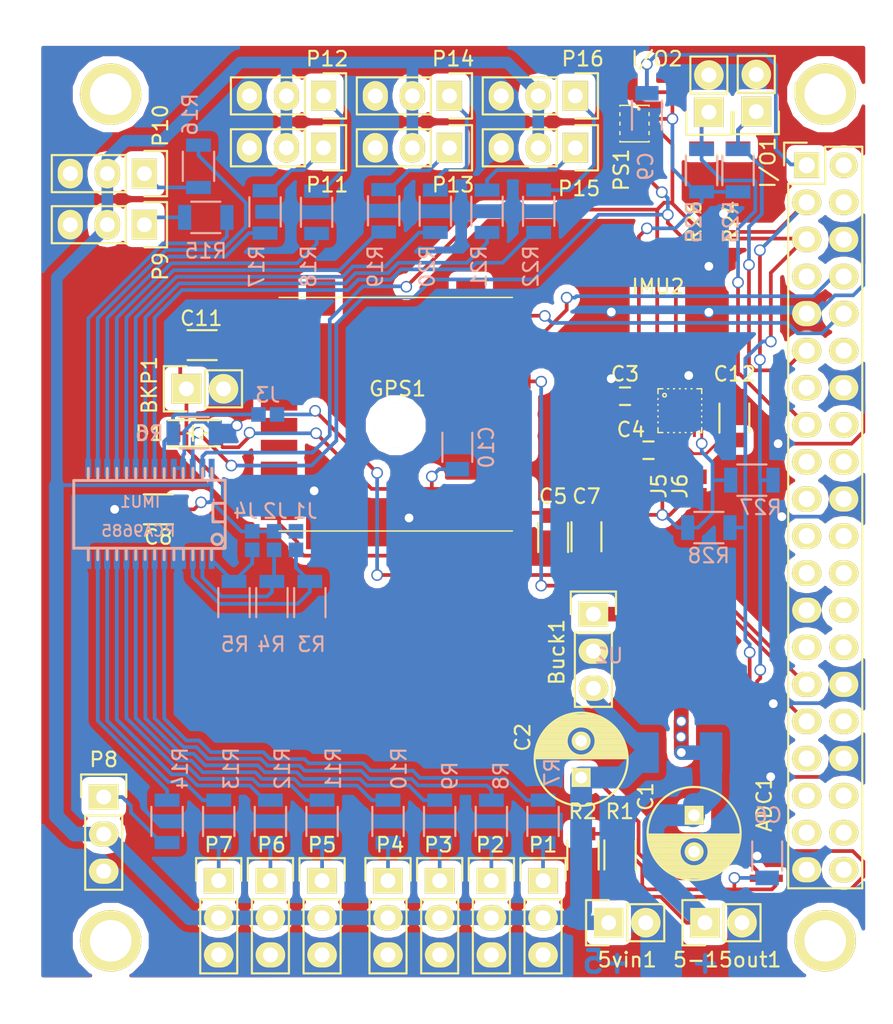
<source format=kicad_pcb>
(kicad_pcb (version 4) (host pcbnew 4.0.1-stable)
  (layers (0 F.Cu signal) (31 B.Cu signal) (34 B.Paste user) (35 F.Paste user) (36 B.SilkS user) (37 F.SilkS user) (38 B.Mask user) (39 F.Mask user) (44 Edge.Cuts user))
  (net 0 "")
  (net 1 "Net-(IMU1-Pad1)")
  (net 2 "Net-(IMU1-Pad2)")
  (net 3 "Net-(IMU1-Pad3)")
  (net 4 /PWM0)
  (net 5 /PWM1)
  (net 6 /PWM2)
  (net 7 /PWM3)
  (net 8 /PWM4)
  (net 9 /PWM5)
  (net 10 /PWM6)
  (net 11 /PWM10)
  (net 12 /PWM11)
  (net 13 /PWM12)
  (net 14 /PWM13)
  (net 15 /PWM14)
  (net 16 /PWM15)
  (net 17 "Net-(IMU1-Pad23)")
  (net 18 /PWM7)
  (net 19 /PWM9)
  (net 20 /PWM8)
  (net 21 "Net-(ADC1-Pad3)")
  (net 22 /RPI+3,3V)
  (net 23 /+5-SERVO)
  (net 24 /GND-SERVO)
  (net 25 /RPI-SDA)
  (net 26 /RPI-SCL)
  (net 27 /RPI-GPIO6)
  (net 28 /RPI-TX)
  (net 29 /RPI-RX)
  (net 30 /RPI-GPIO17)
  (net 31 /RPI-GPIO22)
  (net 32 /RPI-GPIO5)
  (net 33 "Net-(IMU1-Pad6)")
  (net 34 "Net-(IMU1-Pad7)")
  (net 35 "Net-(IMU1-Pad8)")
  (net 36 "Net-(IMU1-Pad9)")
  (net 37 "Net-(IMU1-Pad10)")
  (net 38 "Net-(IMU1-Pad11)")
  (net 39 "Net-(IMU1-Pad12)")
  (net 40 "Net-(IMU1-Pad17)")
  (net 41 "Net-(IMU1-Pad18)")
  (net 42 "Net-(IMU1-Pad19)")
  (net 43 "Net-(IMU1-Pad20)")
  (net 44 "Net-(IMU1-Pad21)")
  (net 45 "Net-(IMU1-Pad22)")
  (net 46 "Net-(IMU1-Pad13)")
  (net 47 "Net-(IMU1-Pad16)")
  (net 48 "Net-(IMU1-Pad15)")
  (net 49 /EXT+)
  (net 50 "Net-(BKP1-Pad1)")
  (net 51 "Net-(C12-Pad1)")
  (net 52 "Net-(IMU2-Pad9)")
  (net 53 "Net-(GPS1-Pad2)")
  (net 54 "Net-(GPS1-Pad4)")
  (net 55 "Net-(GPS1-Pad5)")
  (net 56 "Net-(GPS1-Pad6)")
  (net 57 "Net-(GPS1-Pad11)")
  (net 58 "Net-(GPS1-Pad13)")
  (net 59 "Net-(GPS1-Pad14)")
  (net 60 "Net-(GPS1-Pad15)")
  (net 61 "Net-(GPS1-Pad16)")
  (net 62 "Net-(GPS1-Pad17)")
  (net 63 "Net-(GPS1-Pad18)")
  (net 64 "Net-(H1-Pad2)")
  (net 65 "Net-(H1-Pad4)")
  (net 66 "Net-(H1-Pad7)")
  (net 67 "Net-(H1-Pad12)")
  (net 68 /RPI-GPIO27)
  (net 69 "Net-(H1-Pad16)")
  (net 70 "Net-(H1-Pad17)")
  (net 71 "Net-(H1-Pad18)")
  (net 72 "Net-(H1-Pad19)")
  (net 73 "Net-(H1-Pad21)")
  (net 74 "Net-(H1-Pad22)")
  (net 75 "Net-(H1-Pad23)")
  (net 76 "Net-(H1-Pad24)")
  (net 77 "Net-(H1-Pad26)")
  (net 78 "Net-(H1-Pad27)")
  (net 79 "Net-(H1-Pad28)")
  (net 80 "Net-(H1-Pad32)")
  (net 81 "Net-(H1-Pad33)")
  (net 82 "Net-(H1-Pad35)")
  (net 83 "Net-(H1-Pad36)")
  (net 84 "Net-(H1-Pad37)")
  (net 85 "Net-(H1-Pad38)")
  (net 86 "Net-(H1-Pad40)")
  (net 87 "Net-(IMU2-Pad19)")
  (net 88 "Net-(IMU2-Pad21)")
  (net 89 "Net-(IMU2-Pad22)")
  (net 90 "Net-(IMU2-Pad14)")
  (net 91 "Net-(IMU2-Pad15)")
  (net 92 "Net-(IMU2-Pad16)")
  (net 93 "Net-(IMU2-Pad17)")
  (net 94 "Net-(IMU2-Pad2)")
  (net 95 "Net-(IMU2-Pad3)")
  (net 96 "Net-(IMU2-Pad4)")
  (net 97 "Net-(IMU2-Pad5)")
  (net 98 "Net-(IMU2-Pad6)")
  (net 99 "Net-(IMU2-Pad7)")
  (net 100 "Net-(IMU2-Pad11)")
  (net 101 "Net-(IMU2-Pad12)")
  (module Capacitors_SMD:C_0603_HandSoldering (layer F.Cu) (at 153.86 67.2)
    (fp_text reference C4 (at -1.206 -1.414) (layer F.SilkS))
    (fp_text value 100n)
    (pad 1 smd rect (at -0.95 0) (size 1.2 0.75) (layers F.Cu F.Paste F.Mask) (net 24 /GND-SERVO))
    (pad 2 smd rect (at 0.95 0) (size 1.2 0.75) (layers F.Cu F.Paste F.Mask) (net 22 /RPI+3,3V))
  )
  (module TSSOP28:RPI2-HEAD (layer F.Cu) (at 164.71 47.68)
    (fp_text reference H1 (at 0 -5.1) (layer F.SilkS))
    (fp_text value RPI2_GPIO_Head)
    (pad 1 thru_hole rect (at 0 0) (size 1.7272 1.7272) (drill 1.1) (layers *.Cu *.Mask F.SilkS) (net 22 /RPI+3,3V))
    (pad 2 thru_hole oval (at 2.54 0) (size 1.9 1.7272) (drill 1.1) (layers *.Cu *.Mask F.SilkS) (net 64 "Net-(H1-Pad2)"))
    (pad 3 thru_hole oval (at 0 2.54) (size 2 1.7272) (drill 1.1) (layers *.Cu *.Mask F.SilkS) (net 25 /RPI-SDA))
    (pad 4 thru_hole oval (at 2.54 2.54) (size 2 1.7272) (drill 1.1) (layers *.Cu *.Mask F.SilkS) (net 65 "Net-(H1-Pad4)"))
    (pad 5 thru_hole oval (at 0 5.08) (size 2 1.7272) (drill 1.1) (layers *.Cu *.Mask F.SilkS) (net 26 /RPI-SCL))
    (pad 6 thru_hole oval (at 2.54 5.08) (size 2 1.7272) (drill 1.1) (layers *.Cu *.Mask F.SilkS) (net 24 /GND-SERVO))
    (pad 7 thru_hole oval (at 0 7.62) (size 2 1.7272) (drill 1.1) (layers *.Cu *.Mask F.SilkS) (net 66 "Net-(H1-Pad7)"))
    (pad 8 thru_hole oval (at 2.54 7.62) (size 2 1.7272) (drill 1.1) (layers *.Cu *.Mask F.SilkS) (net 28 /RPI-TX))
    (pad 9 thru_hole oval (at 0 10.16) (size 2 1.7272) (drill 1.1) (layers *.Cu *.Mask F.SilkS) (net 24 /GND-SERVO))
    (pad 10 thru_hole oval (at 2.54 10.16) (size 2 1.7272) (drill 1.1) (layers *.Cu *.Mask F.SilkS) (net 29 /RPI-RX))
    (pad 11 thru_hole oval (at 0 12.7) (size 2 1.7272) (drill 1.1) (layers *.Cu *.Mask F.SilkS) (net 30 /RPI-GPIO17))
    (pad 12 thru_hole oval (at 2.54 12.7) (size 2 1.7272) (drill 1.1) (layers *.Cu *.Mask F.SilkS) (net 67 "Net-(H1-Pad12)"))
    (pad 13 thru_hole oval (at 0 15.24) (size 2 1.7272) (drill 1.1) (layers *.Cu *.Mask F.SilkS) (net 68 /RPI-GPIO27))
    (pad 14 thru_hole oval (at 2.54 15.24) (size 2 1.7272) (drill 1.1) (layers *.Cu *.Mask F.SilkS) (net 24 /GND-SERVO))
    (pad 15 thru_hole oval (at 0 17.78) (size 2 1.7272) (drill 1.1) (layers *.Cu *.Mask F.SilkS) (net 31 /RPI-GPIO22))
    (pad 16 thru_hole oval (at 2.54 17.78) (size 2 1.7272) (drill 1.1) (layers *.Cu *.Mask F.SilkS) (net 69 "Net-(H1-Pad16)"))
    (pad 17 thru_hole oval (at 0 20.32) (size 2 1.7272) (drill 1.1) (layers *.Cu *.Mask F.SilkS) (net 70 "Net-(H1-Pad17)"))
    (pad 18 thru_hole oval (at 2.54 20.32) (size 2 1.7272) (drill 1.1) (layers *.Cu *.Mask F.SilkS) (net 71 "Net-(H1-Pad18)"))
    (pad 19 thru_hole oval (at 0 22.86) (size 2 1.7272) (drill 1.1) (layers *.Cu *.Mask F.SilkS) (net 72 "Net-(H1-Pad19)"))
    (pad 20 thru_hole oval (at 2.54 22.86) (size 2 1.7272) (drill 1.1) (layers *.Cu *.Mask F.SilkS) (net 24 /GND-SERVO))
    (pad 21 thru_hole oval (at 0 25.4) (size 2 1.7272) (drill 1.1) (layers *.Cu *.Mask F.SilkS) (net 73 "Net-(H1-Pad21)"))
    (pad 22 thru_hole oval (at 2.54 25.4) (size 2 1.7272) (drill 1.1) (layers *.Cu *.Mask F.SilkS) (net 74 "Net-(H1-Pad22)"))
    (pad 23 thru_hole oval (at 0 27.94) (size 2 1.7272) (drill 1.1) (layers *.Cu *.Mask F.SilkS) (net 75 "Net-(H1-Pad23)"))
    (pad 24 thru_hole oval (at 2.54 27.94) (size 2 1.7272) (drill 1.1) (layers *.Cu *.Mask F.SilkS) (net 76 "Net-(H1-Pad24)"))
    (pad 25 thru_hole oval (at 0 30.48) (size 2 1.7272) (drill 1.1) (layers *.Cu *.Mask F.SilkS) (net 24 /GND-SERVO))
    (pad 26 thru_hole oval (at 2.54 30.48) (size 2 1.7272) (drill 1.1) (layers *.Cu *.Mask F.SilkS) (net 77 "Net-(H1-Pad26)"))
    (pad 27 thru_hole oval (at 0 33.02) (size 2 1.7272) (drill 1.1) (layers *.Cu *.Mask F.SilkS) (net 78 "Net-(H1-Pad27)"))
    (pad 28 thru_hole oval (at 2.54 33.02) (size 2 1.7272) (drill 1.1) (layers *.Cu *.Mask F.SilkS) (net 79 "Net-(H1-Pad28)"))
    (pad 29 thru_hole oval (at 0 35.56) (size 2 1.7272) (drill 1.1) (layers *.Cu *.Mask F.SilkS) (net 32 /RPI-GPIO5))
    (pad 30 thru_hole oval (at 2.54 35.56) (size 2 1.7272) (drill 1.1) (layers *.Cu *.Mask F.SilkS) (net 24 /GND-SERVO))
    (pad 31 thru_hole oval (at 0 38.1) (size 2 1.7272) (drill 1.1) (layers *.Cu *.Mask F.SilkS) (net 27 /RPI-GPIO6))
    (pad 32 thru_hole oval (at 2.54 38.1) (size 2 1.7272) (drill 1.1) (layers *.Cu *.Mask F.SilkS) (net 80 "Net-(H1-Pad32)"))
    (pad 33 thru_hole oval (at 0 40.64) (size 2 1.7272) (drill 1.1) (layers *.Cu *.Mask F.SilkS) (net 81 "Net-(H1-Pad33)"))
    (pad 34 thru_hole oval (at 2.54 40.64) (size 2 1.7272) (drill 1.1) (layers *.Cu *.Mask F.SilkS) (net 24 /GND-SERVO))
    (pad 35 thru_hole oval (at 0 43.18) (size 2 1.7272) (drill 1.1) (layers *.Cu *.Mask F.SilkS) (net 82 "Net-(H1-Pad35)"))
    (pad 36 thru_hole oval (at 2.54 43.18) (size 2 1.7272) (drill 1.1) (layers *.Cu *.Mask F.SilkS) (net 83 "Net-(H1-Pad36)"))
    (pad 37 thru_hole oval (at 0 45.72) (size 2 1.7272) (drill 1.1) (layers *.Cu *.Mask F.SilkS) (net 84 "Net-(H1-Pad37)"))
    (pad 38 thru_hole oval (at 2.54 45.72) (size 2 1.7272) (drill 1.1) (layers *.Cu *.Mask F.SilkS) (net 85 "Net-(H1-Pad38)"))
    (pad 39 thru_hole oval (at 0 48.26) (size 2 1.7272) (drill 1.1) (layers *.Cu *.Mask F.SilkS) (net 24 /GND-SERVO))
    (pad 40 thru_hole oval (at 2.54 48.26) (size 2 1.7272) (drill 1.1) (layers *.Cu *.Mask F.SilkS) (net 86 "Net-(H1-Pad40)"))
    (pad "" np_thru_hole circle (at 1.27 53.13) (size 4.2 4.2) (drill 2.85) (layers *.Cu *.Mask F.SilkS))
    (pad "" np_thru_hole circle (at 1.27 -4.87) (size 4.2 4.2) (drill 2.85) (layers *.Cu *.Mask F.SilkS))
    (pad "" np_thru_hole circle (at -47.73 -4.87) (size 4.2 4.2) (drill 2.85) (layers *.Cu *.Mask F.SilkS))
    (pad "" np_thru_hole circle (at -47.73 53.13) (size 4.2 4.2) (drill 2.85) (layers *.Cu *.Mask F.SilkS))
  )
  (module Pin_Headers:Pin_Header_Straight_1x03 (layer F.Cu) (at 119.29 51.75 270)
    (fp_text reference P9 (at 2.86 -1.106 270) (layer F.SilkS))
    (fp_text value CONN_01X03)
    (pad 1 thru_hole rect (at 0 0 270) (size 2.032 1.7272) (drill 1.016) (layers *.Cu *.Mask F.SilkS) (net 20 /PWM8))
    (pad 2 thru_hole oval (at 0 2.54 270) (size 2.032 1.7272) (drill 1.016) (layers *.Cu *.Mask F.SilkS) (net 23 /+5-SERVO))
    (pad 3 thru_hole oval (at 0 5.08 270) (size 2.032 1.7272) (drill 1.016) (layers *.Cu *.Mask F.SilkS) (net 24 /GND-SERVO))
  )
  (module Pin_Headers:Pin_Header_Straight_1x03 (layer F.Cu) (at 140.208 46.482 270)
    (fp_text reference P13 (at 2.54 -0.254 360) (layer F.SilkS))
    (fp_text value CONN_01X03)
    (pad 1 thru_hole rect (at 0 0 270) (size 2.032 1.7272) (drill 1.016) (layers *.Cu *.Mask F.SilkS) (net 13 /PWM12))
    (pad 2 thru_hole oval (at 0 2.54 270) (size 2.032 1.7272) (drill 1.016) (layers *.Cu *.Mask F.SilkS) (net 23 /+5-SERVO))
    (pad 3 thru_hole oval (at 0 5.08 270) (size 2.032 1.7272) (drill 1.016) (layers *.Cu *.Mask F.SilkS) (net 24 /GND-SERVO))
  )
  (module Pin_Headers:Pin_Header_Straight_1x03 (layer F.Cu) (at 148.844 42.926 270)
    (fp_text reference P16 (at -2.54 -0.508 360) (layer F.SilkS))
    (fp_text value CONN_01X03)
    (pad 1 thru_hole rect (at 0 0 270) (size 2.032 1.7272) (drill 1.016) (layers *.Cu *.Mask F.SilkS) (net 16 /PWM15))
    (pad 2 thru_hole oval (at 0 2.54 270) (size 2.032 1.7272) (drill 1.016) (layers *.Cu *.Mask F.SilkS) (net 23 /+5-SERVO))
    (pad 3 thru_hole oval (at 0 5.08 270) (size 2.032 1.7272) (drill 1.016) (layers *.Cu *.Mask F.SilkS) (net 24 /GND-SERVO))
  )
  (module Pin_Headers:Pin_Header_Straight_1x03 (layer F.Cu) (at 148.844 46.482 270)
    (fp_text reference P15 (at 2.794 -0.254 360) (layer F.SilkS))
    (fp_text value CONN_01X03)
    (pad 1 thru_hole rect (at 0 0 270) (size 2.032 1.7272) (drill 1.016) (layers *.Cu *.Mask F.SilkS) (net 15 /PWM14))
    (pad 2 thru_hole oval (at 0 2.54 270) (size 2.032 1.7272) (drill 1.016) (layers *.Cu *.Mask F.SilkS) (net 23 /+5-SERVO))
    (pad 3 thru_hole oval (at 0 5.08 270) (size 2.032 1.7272) (drill 1.016) (layers *.Cu *.Mask F.SilkS) (net 24 /GND-SERVO))
  )
  (module Capacitors_ThroughHole:C_Radial_D6.3_L11.2_P2.5 (layer F.Cu) (at 149.24 89.62 90)
    (fp_text reference C2 (at 2.75 -4 90) (layer F.SilkS))
    (fp_text value CP)
    (pad 2 thru_hole circle (at 2.5 0 90) (size 1.3 1.3) (drill 0.8) (layers *.Cu *.Mask F.SilkS) (net 24 /GND-SERVO))
    (pad 1 thru_hole rect (at 0 0 90) (size 1.3 1.3) (drill 0.8) (layers *.Cu *.Mask F.SilkS) (net 23 /+5-SERVO))
  )
  (module TSSOP28:GUS-custimezed (layer F.Cu) (at 144.526 71.484 180)
    (fp_text reference GPS1 (at 7.874 8.492 180) (layer F.SilkS))
    (fp_text value "gus-u1616(GPS)")
    (pad 1 smd rect (at 0 0 180) (size 2.5 1) (layers F.Cu F.Paste F.Mask) (net 22 /RPI+3,3V))
    (pad 2 smd rect (at 0 1.5 180) (size 2.5 1) (layers F.Cu F.Paste F.Mask) (net 53 "Net-(GPS1-Pad2)"))
    (pad 3 smd rect (at 0 3 180) (size 2.5 1) (layers F.Cu F.Paste F.Mask) (net 24 /GND-SERVO))
    (pad 4 smd rect (at 0 4.5 180) (size 2.5 1) (layers F.Cu F.Paste F.Mask) (net 54 "Net-(GPS1-Pad4)"))
    (pad 5 smd rect (at 0 6 180) (size 2.5 1) (layers F.Cu F.Paste F.Mask) (net 55 "Net-(GPS1-Pad5)"))
    (pad 6 smd rect (at 0 7.5 180) (size 2.5 1) (layers F.Cu F.Paste F.Mask) (net 56 "Net-(GPS1-Pad6)"))
    (pad 7 smd rect (at 0 9 180) (size 2.5 1) (layers F.Cu F.Paste F.Mask) (net 27 /RPI-GPIO6))
    (pad 8 smd rect (at 0 10.5 180) (size 2.5 1) (layers F.Cu F.Paste F.Mask) (net 24 /GND-SERVO))
    (pad 9 smd rect (at 0 12 180) (size 2.5 1) (layers F.Cu F.Paste F.Mask) (net 28 /RPI-TX))
    (pad 10 smd rect (at 0 13.5 180) (size 2.5 1) (layers F.Cu F.Paste F.Mask) (net 29 /RPI-RX))
    (pad 11 smd rect (at 16 13.5 180) (size 2.5 1) (layers F.Cu F.Paste F.Mask) (net 57 "Net-(GPS1-Pad11)"))
    (pad 12 smd rect (at 16 12 180) (size 2.5 1) (layers F.Cu F.Paste F.Mask) (net 24 /GND-SERVO))
    (pad 13 smd rect (at 16 10.5 180) (size 2.5 1) (layers F.Cu F.Paste F.Mask) (net 58 "Net-(GPS1-Pad13)"))
    (pad 14 smd rect (at 16 9 180) (size 2.5 1) (layers F.Cu F.Paste F.Mask) (net 59 "Net-(GPS1-Pad14)"))
    (pad 15 smd rect (at 16 7.5 180) (size 2.5 1) (layers F.Cu F.Paste F.Mask) (net 60 "Net-(GPS1-Pad15)"))
    (pad 16 smd rect (at 16 6 180) (size 2.5 1) (layers F.Cu F.Paste F.Mask) (net 61 "Net-(GPS1-Pad16)"))
    (pad 17 smd rect (at 16 4.5 180) (size 2.5 1) (layers F.Cu F.Paste F.Mask) (net 62 "Net-(GPS1-Pad17)"))
    (pad 18 smd rect (at 16 3 180) (size 2.5 1) (layers F.Cu F.Paste F.Mask) (net 63 "Net-(GPS1-Pad18)"))
    (pad 19 smd rect (at 16 1.5 180) (size 2.5 1) (layers F.Cu F.Paste F.Mask) (net 24 /GND-SERVO))
    (pad 20 smd rect (at 16 0 180) (size 2.5 1) (layers F.Cu F.Paste F.Mask) (net 50 "Net-(BKP1-Pad1)"))
    (pad "" smd rect (at 2.85 -1.25 180) (size 2 2.5) (layers F.Cu F.Paste F.Mask))
    (pad "" smd rect (at 2.85 14.75 180) (size 2 2.5) (layers F.Cu F.Paste F.Mask))
    (pad "" smd rect (at 13.15 -1.25 180) (size 2 2.5) (layers F.Cu F.Paste F.Mask))
    (pad "" smd rect (at 13.15 14.75 180) (size 2 2.5) (layers F.Cu F.Paste F.Mask))
    (pad "" np_thru_hole circle (at 8 6 180) (size 3.1 3.1) (drill 3.1) (layers *.Cu *.Mask F.SilkS))
  )
  (module TSSOP28:TSSOIC28 (layer B.Cu) (at 119.64804 71.57072 180)
    (fp_text reference IMU1 (at 0.65024 0.83312 180) (layer B.SilkS) (effects (font (size 0.762 0.762) (thickness 0.127)) (justify mirror)))
    (fp_text value PCA9685 (at 0.77216 -1.15824 180) (layer B.SilkS) (effects (font (size 0.762 0.762) (thickness 0.127)) (justify mirror)))
    (pad 1 smd rect (at -4.25196 -3.12928 180) (size 0.4064 1.27) (layers B.Cu B.Paste B.Mask) (net 1 "Net-(IMU1-Pad1)"))
    (pad 2 smd rect (at -3.61696 -3.12928 180) (size 0.4064 1.27) (layers B.Cu B.Paste B.Mask) (net 2 "Net-(IMU1-Pad2)"))
    (pad 3 smd rect (at -2.95656 -3.12928 180) (size 0.4064 1.27) (layers B.Cu B.Paste B.Mask) (net 3 "Net-(IMU1-Pad3)"))
    (pad 4 smd rect (at -2.29616 -3.12928 180) (size 0.4064 1.27) (layers B.Cu B.Paste B.Mask) (net 24 /GND-SERVO))
    (pad 5 smd rect (at -1.66116 -3.12928 180) (size 0.4064 1.27) (layers B.Cu B.Paste B.Mask) (net 24 /GND-SERVO))
    (pad 6 smd rect (at -1.00076 -3.12928 180) (size 0.4064 1.27) (layers B.Cu B.Paste B.Mask) (net 33 "Net-(IMU1-Pad6)"))
    (pad 7 smd rect (at -0.34036 -3.12928 180) (size 0.4064 1.27) (layers B.Cu B.Paste B.Mask) (net 34 "Net-(IMU1-Pad7)"))
    (pad 8 smd rect (at 0.29464 -3.12928 180) (size 0.4064 1.27) (layers B.Cu B.Paste B.Mask) (net 35 "Net-(IMU1-Pad8)"))
    (pad 9 smd rect (at 0.95504 -3.12928 180) (size 0.4064 1.27) (layers B.Cu B.Paste B.Mask) (net 36 "Net-(IMU1-Pad9)"))
    (pad 10 smd rect (at 1.59004 -3.12928 180) (size 0.4064 1.27) (layers B.Cu B.Paste B.Mask) (net 37 "Net-(IMU1-Pad10)"))
    (pad 11 smd rect (at 2.25044 -3.12928 180) (size 0.4064 1.27) (layers B.Cu B.Paste B.Mask) (net 38 "Net-(IMU1-Pad11)"))
    (pad 12 smd rect (at 2.91084 -3.12928 180) (size 0.4064 1.27) (layers B.Cu B.Paste B.Mask) (net 39 "Net-(IMU1-Pad12)"))
    (pad 17 smd rect (at 2.90576 3.1496 180) (size 0.4064 1.27) (layers B.Cu B.Paste B.Mask) (net 40 "Net-(IMU1-Pad17)"))
    (pad 18 smd rect (at 2.25044 3.1496 180) (size 0.4064 1.27) (layers B.Cu B.Paste B.Mask) (net 41 "Net-(IMU1-Pad18)"))
    (pad 19 smd rect (at 1.59004 3.1496 180) (size 0.4064 1.27) (layers B.Cu B.Paste B.Mask) (net 42 "Net-(IMU1-Pad19)"))
    (pad 20 smd rect (at 0.95504 3.1496 180) (size 0.4064 1.27) (layers B.Cu B.Paste B.Mask) (net 43 "Net-(IMU1-Pad20)"))
    (pad 21 smd rect (at 0.29464 3.1496 180) (size 0.4064 1.27) (layers B.Cu B.Paste B.Mask) (net 44 "Net-(IMU1-Pad21)"))
    (pad 22 smd rect (at -0.34036 3.1496 180) (size 0.4064 1.27) (layers B.Cu B.Paste B.Mask) (net 45 "Net-(IMU1-Pad22)"))
    (pad 23 smd rect (at -1.00076 3.1496 180) (size 0.4064 1.27) (layers B.Cu B.Paste B.Mask) (net 17 "Net-(IMU1-Pad23)"))
    (pad 24 smd rect (at -1.66116 3.1496 180) (size 0.4064 1.27) (layers B.Cu B.Paste B.Mask) (net 24 /GND-SERVO))
    (pad 25 smd rect (at -2.29616 3.1496 180) (size 0.4064 1.27) (layers B.Cu B.Paste B.Mask) (net 24 /GND-SERVO))
    (pad 26 smd rect (at -2.95656 3.1496 180) (size 0.4064 1.27) (layers B.Cu B.Paste B.Mask) (net 26 /RPI-SCL))
    (pad 27 smd rect (at -3.61696 3.1496 180) (size 0.4064 1.27) (layers B.Cu B.Paste B.Mask) (net 25 /RPI-SDA))
    (pad 28 smd rect (at -4.25196 3.1496 180) (size 0.4064 1.27) (layers B.Cu B.Paste B.Mask) (net 23 /+5-SERVO))
    (pad 13 smd rect (at 3.556 -3.12928 180) (size 0.4064 1.27) (layers B.Cu B.Paste B.Mask) (net 46 "Net-(IMU1-Pad13)"))
    (pad 14 smd rect (at 4.20624 -3.12928 180) (size 0.4064 1.27) (layers B.Cu B.Paste B.Mask) (net 24 /GND-SERVO))
    (pad 16 smd rect (at 3.556 3.1496 180) (size 0.4064 1.27) (layers B.Cu B.Paste B.Mask) (net 47 "Net-(IMU1-Pad16)"))
    (pad 15 smd rect (at 4.20624 3.1496 180) (size 0.4064 1.27) (layers B.Cu B.Paste B.Mask) (net 48 "Net-(IMU1-Pad15)"))
  )
  (module TSSOP28:SOT23A (layer F.Cu) (at 162.576 96.524)
    (fp_text reference ADC1 (at -0.778 -5.084 90) (layer F.SilkS))
    (fp_text value MCP3021)
    (pad 1 smd rect (at 0 0) (size 1 0.5) (layers F.Cu F.Paste F.Mask) (net 23 /+5-SERVO))
    (pad 2 smd rect (at 0 -1.27) (size 1 0.5) (layers F.Cu F.Paste F.Mask) (net 24 /GND-SERVO))
    (pad 3 smd rect (at 0 -2.54) (size 1 0.5) (layers F.Cu F.Paste F.Mask) (net 21 "Net-(ADC1-Pad3)"))
    (pad 4 smd rect (at -1.27 -2.54) (size 1 0.5) (layers F.Cu F.Paste F.Mask) (net 25 /RPI-SDA))
    (pad 5 smd rect (at -1.27 0) (size 1 0.5) (layers F.Cu F.Paste F.Mask) (net 26 /RPI-SCL))
  )
  (module Pin_Headers:Pin_Header_Straight_1x03 (layer F.Cu) (at 146.628 96.692)
    (fp_text reference P1 (at 0 -2.458) (layer F.SilkS))
    (fp_text value CONN_01X03)
    (pad 1 thru_hole rect (at 0 0) (size 2.032 1.7272) (drill 1.016) (layers *.Cu *.Mask F.SilkS) (net 4 /PWM0))
    (pad 2 thru_hole oval (at 0 2.54) (size 2.032 1.7272) (drill 1.016) (layers *.Cu *.Mask F.SilkS) (net 23 /+5-SERVO))
    (pad 3 thru_hole oval (at 0 5.08) (size 2.032 1.7272) (drill 1.016) (layers *.Cu *.Mask F.SilkS) (net 24 /GND-SERVO))
  )
  (module Pin_Headers:Pin_Header_Straight_1x03 (layer F.Cu) (at 143.084 96.692)
    (fp_text reference P2 (at -0.082 -2.458) (layer F.SilkS))
    (fp_text value CONN_01X03)
    (pad 1 thru_hole rect (at 0 0) (size 2.032 1.7272) (drill 1.016) (layers *.Cu *.Mask F.SilkS) (net 5 /PWM1))
    (pad 2 thru_hole oval (at 0 2.54) (size 2.032 1.7272) (drill 1.016) (layers *.Cu *.Mask F.SilkS) (net 23 /+5-SERVO))
    (pad 3 thru_hole oval (at 0 5.08) (size 2.032 1.7272) (drill 1.016) (layers *.Cu *.Mask F.SilkS) (net 24 /GND-SERVO))
  )
  (module Pin_Headers:Pin_Header_Straight_1x03 (layer F.Cu) (at 139.54 96.692)
    (fp_text reference P3 (at -0.094 -2.458) (layer F.SilkS))
    (fp_text value CONN_01X03)
    (pad 1 thru_hole rect (at 0 0) (size 2.032 1.7272) (drill 1.016) (layers *.Cu *.Mask F.SilkS) (net 6 /PWM2))
    (pad 2 thru_hole oval (at 0 2.54) (size 2.032 1.7272) (drill 1.016) (layers *.Cu *.Mask F.SilkS) (net 23 /+5-SERVO))
    (pad 3 thru_hole oval (at 0 5.08) (size 2.032 1.7272) (drill 1.016) (layers *.Cu *.Mask F.SilkS) (net 24 /GND-SERVO))
  )
  (module Pin_Headers:Pin_Header_Straight_1x03 (layer F.Cu) (at 135.996 96.692)
    (fp_text reference P4 (at 0.148 -2.458) (layer F.SilkS))
    (fp_text value CONN_01X03)
    (pad 1 thru_hole rect (at 0 0) (size 2.032 1.7272) (drill 1.016) (layers *.Cu *.Mask F.SilkS) (net 7 /PWM3))
    (pad 2 thru_hole oval (at 0 2.54) (size 2.032 1.7272) (drill 1.016) (layers *.Cu *.Mask F.SilkS) (net 23 /+5-SERVO))
    (pad 3 thru_hole oval (at 0 5.08) (size 2.032 1.7272) (drill 1.016) (layers *.Cu *.Mask F.SilkS) (net 24 /GND-SERVO))
  )
  (module Pin_Headers:Pin_Header_Straight_1x03 (layer F.Cu) (at 131.476 96.692)
    (fp_text reference P5 (at 0 -2.458) (layer F.SilkS))
    (fp_text value CONN_01X03)
    (pad 1 thru_hole rect (at 0 0) (size 2.032 1.7272) (drill 1.016) (layers *.Cu *.Mask F.SilkS) (net 8 /PWM4))
    (pad 2 thru_hole oval (at 0 2.54) (size 2.032 1.7272) (drill 1.016) (layers *.Cu *.Mask F.SilkS) (net 23 /+5-SERVO))
    (pad 3 thru_hole oval (at 0 5.08) (size 2.032 1.7272) (drill 1.016) (layers *.Cu *.Mask F.SilkS) (net 24 /GND-SERVO))
  )
  (module Pin_Headers:Pin_Header_Straight_1x03 (layer F.Cu) (at 127.932 96.692)
    (fp_text reference P6 (at 0.084 -2.458) (layer F.SilkS))
    (fp_text value CONN_01X03)
    (pad 1 thru_hole rect (at 0 0) (size 2.032 1.7272) (drill 1.016) (layers *.Cu *.Mask F.SilkS) (net 9 /PWM5))
    (pad 2 thru_hole oval (at 0 2.54) (size 2.032 1.7272) (drill 1.016) (layers *.Cu *.Mask F.SilkS) (net 23 /+5-SERVO))
    (pad 3 thru_hole oval (at 0 5.08) (size 2.032 1.7272) (drill 1.016) (layers *.Cu *.Mask F.SilkS) (net 24 /GND-SERVO))
  )
  (module Pin_Headers:Pin_Header_Straight_1x03 (layer F.Cu) (at 124.388 96.692)
    (fp_text reference P7 (at 0 -2.458) (layer F.SilkS))
    (fp_text value CONN_01X03)
    (pad 1 thru_hole rect (at 0 0) (size 2.032 1.7272) (drill 1.016) (layers *.Cu *.Mask F.SilkS) (net 10 /PWM6))
    (pad 2 thru_hole oval (at 0 2.54) (size 2.032 1.7272) (drill 1.016) (layers *.Cu *.Mask F.SilkS) (net 23 /+5-SERVO))
    (pad 3 thru_hole oval (at 0 5.08) (size 2.032 1.7272) (drill 1.016) (layers *.Cu *.Mask F.SilkS) (net 24 /GND-SERVO))
  )
  (module Pin_Headers:Pin_Header_Straight_1x03 (layer F.Cu) (at 116.5 90.96)
    (fp_text reference P8 (at 0 -2.568) (layer F.SilkS))
    (fp_text value CONN_01X03)
    (pad 1 thru_hole rect (at 0 0) (size 2.032 1.7272) (drill 1.016) (layers *.Cu *.Mask F.SilkS) (net 18 /PWM7))
    (pad 2 thru_hole oval (at 0 2.54) (size 2.032 1.7272) (drill 1.016) (layers *.Cu *.Mask F.SilkS) (net 23 /+5-SERVO))
    (pad 3 thru_hole oval (at 0 5.08) (size 2.032 1.7272) (drill 1.016) (layers *.Cu *.Mask F.SilkS) (net 24 /GND-SERVO))
  )
  (module Pin_Headers:Pin_Header_Straight_1x03 (layer F.Cu) (at 119.29 48.25 270)
    (fp_text reference P10 (at -3.292 -1.106 270) (layer F.SilkS))
    (fp_text value CONN_01X03)
    (pad 1 thru_hole rect (at 0 0 270) (size 2.032 1.7272) (drill 1.016) (layers *.Cu *.Mask F.SilkS) (net 19 /PWM9))
    (pad 2 thru_hole oval (at 0 2.54 270) (size 2.032 1.7272) (drill 1.016) (layers *.Cu *.Mask F.SilkS) (net 23 /+5-SERVO))
    (pad 3 thru_hole oval (at 0 5.08 270) (size 2.032 1.7272) (drill 1.016) (layers *.Cu *.Mask F.SilkS) (net 24 /GND-SERVO))
  )
  (module Pin_Headers:Pin_Header_Straight_1x03 (layer F.Cu) (at 131.572 46.482 270)
    (fp_text reference P11 (at 2.54 -0.254 360) (layer F.SilkS))
    (fp_text value CONN_01X03)
    (pad 1 thru_hole rect (at 0 0 270) (size 2.032 1.7272) (drill 1.016) (layers *.Cu *.Mask F.SilkS) (net 11 /PWM10))
    (pad 2 thru_hole oval (at 0 2.54 270) (size 2.032 1.7272) (drill 1.016) (layers *.Cu *.Mask F.SilkS) (net 23 /+5-SERVO))
    (pad 3 thru_hole oval (at 0 5.08 270) (size 2.032 1.7272) (drill 1.016) (layers *.Cu *.Mask F.SilkS) (net 24 /GND-SERVO))
  )
  (module Pin_Headers:Pin_Header_Straight_1x03 (layer F.Cu) (at 131.572 42.926 270)
    (fp_text reference P12 (at -2.54 -0.254 360) (layer F.SilkS))
    (fp_text value CONN_01X03)
    (pad 1 thru_hole rect (at 0 0 270) (size 2.032 1.7272) (drill 1.016) (layers *.Cu *.Mask F.SilkS) (net 12 /PWM11))
    (pad 2 thru_hole oval (at 0 2.54 270) (size 2.032 1.7272) (drill 1.016) (layers *.Cu *.Mask F.SilkS) (net 23 /+5-SERVO))
    (pad 3 thru_hole oval (at 0 5.08 270) (size 2.032 1.7272) (drill 1.016) (layers *.Cu *.Mask F.SilkS) (net 24 /GND-SERVO))
  )
  (module Pin_Headers:Pin_Header_Straight_1x03 (layer F.Cu) (at 140.208 42.926 270)
    (fp_text reference P14 (at -2.54 -0.254 360) (layer F.SilkS))
    (fp_text value CONN_01X03)
    (pad 1 thru_hole rect (at 0 0 270) (size 2.032 1.7272) (drill 1.016) (layers *.Cu *.Mask F.SilkS) (net 14 /PWM13))
    (pad 2 thru_hole oval (at 0 2.54 270) (size 2.032 1.7272) (drill 1.016) (layers *.Cu *.Mask F.SilkS) (net 23 /+5-SERVO))
    (pad 3 thru_hole oval (at 0 5.08 270) (size 2.032 1.7272) (drill 1.016) (layers *.Cu *.Mask F.SilkS) (net 24 /GND-SERVO))
  )
  (module Resistors_SMD:R_1206 (layer F.Cu) (at 151.908 94.926 90)
    (fp_text reference R1 (at 2.978 -0.016 180) (layer F.SilkS))
    (fp_text value R)
    (pad 1 smd rect (at -1.45 0 90) (size 0.9 1.7) (layers F.Cu F.Paste F.Mask) (net 49 /EXT+))
    (pad 2 smd rect (at 1.45 0 90) (size 0.9 1.7) (layers F.Cu F.Paste F.Mask) (net 21 "Net-(ADC1-Pad3)"))
  )
  (module Resistors_SMD:R_1206 (layer B.Cu) (at 130.63416 77.640646 270)
    (fp_text reference R3 (at 2.859354 -0.11584 360) (layer B.SilkS) (effects (justify mirror)))
    (fp_text value R)
    (pad 1 smd rect (at -1.45 0 270) (size 0.9 1.7) (layers B.Cu B.Paste B.Mask) (net 3 "Net-(IMU1-Pad3)"))
    (pad 2 smd rect (at 1.45 0 270) (size 0.9 1.7) (layers B.Cu B.Paste B.Mask) (net 24 /GND-SERVO))
  )
  (module Resistors_SMD:R_1206 (layer B.Cu) (at 128.03416 77.640646 270)
    (fp_text reference R4 (at 2.859354 0.03416 360) (layer B.SilkS) (effects (justify mirror)))
    (fp_text value R)
    (pad 1 smd rect (at -1.45 0 270) (size 0.9 1.7) (layers B.Cu B.Paste B.Mask) (net 2 "Net-(IMU1-Pad2)"))
    (pad 2 smd rect (at 1.45 0 270) (size 0.9 1.7) (layers B.Cu B.Paste B.Mask) (net 24 /GND-SERVO))
  )
  (module Resistors_SMD:R_1206 (layer B.Cu) (at 125.43416 77.640646 270)
    (fp_text reference R5 (at 2.859354 -0.06584 360) (layer B.SilkS) (effects (justify mirror)))
    (fp_text value R)
    (pad 1 smd rect (at -1.45 0 270) (size 0.9 1.7) (layers B.Cu B.Paste B.Mask) (net 1 "Net-(IMU1-Pad1)"))
    (pad 2 smd rect (at 1.45 0 270) (size 0.9 1.7) (layers B.Cu B.Paste B.Mask) (net 24 /GND-SERVO))
  )
  (module Resistors_SMD:R_1206 (layer B.Cu) (at 122.7 66)
    (fp_text reference R6 (at -3.066 0.04) (layer B.SilkS) (effects (justify mirror)))
    (fp_text value R)
    (pad 1 smd rect (at -1.45 0) (size 0.9 1.7) (layers B.Cu B.Paste B.Mask) (net 17 "Net-(IMU1-Pad23)"))
    (pad 2 smd rect (at 1.45 0) (size 0.9 1.7) (layers B.Cu B.Paste B.Mask) (net 24 /GND-SERVO))
  )
  (module Resistors_SMD:R_1206 (layer B.Cu) (at 146.628 92.628 90)
    (fp_text reference R7 (at 3.378 0.622 90) (layer B.SilkS) (effects (justify mirror)))
    (fp_text value 220R)
    (pad 1 smd rect (at -1.45 0 90) (size 0.9 1.7) (layers B.Cu B.Paste B.Mask) (net 4 /PWM0))
    (pad 2 smd rect (at 1.45 0 90) (size 0.9 1.7) (layers B.Cu B.Paste B.Mask) (net 33 "Net-(IMU1-Pad6)"))
  )
  (module Resistors_SMD:R_1206 (layer B.Cu) (at 143.084 92.628 90)
    (fp_text reference R8 (at 3.128 0.666 90) (layer B.SilkS) (effects (justify mirror)))
    (fp_text value 220R)
    (pad 1 smd rect (at -1.45 0 90) (size 0.9 1.7) (layers B.Cu B.Paste B.Mask) (net 5 /PWM1))
    (pad 2 smd rect (at 1.45 0 90) (size 0.9 1.7) (layers B.Cu B.Paste B.Mask) (net 34 "Net-(IMU1-Pad7)"))
  )
  (module Resistors_SMD:R_1206 (layer B.Cu) (at 139.54 92.628 90)
    (fp_text reference R9 (at 3.128 0.71 90) (layer B.SilkS) (effects (justify mirror)))
    (fp_text value 220R)
    (pad 1 smd rect (at -1.45 0 90) (size 0.9 1.7) (layers B.Cu B.Paste B.Mask) (net 6 /PWM2))
    (pad 2 smd rect (at 1.45 0 90) (size 0.9 1.7) (layers B.Cu B.Paste B.Mask) (net 35 "Net-(IMU1-Pad8)"))
  )
  (module Resistors_SMD:R_1206 (layer B.Cu) (at 135.996 92.628 90)
    (fp_text reference R10 (at 3.628 0.754 90) (layer B.SilkS) (effects (justify mirror)))
    (fp_text value 220R)
    (pad 1 smd rect (at -1.45 0 90) (size 0.9 1.7) (layers B.Cu B.Paste B.Mask) (net 7 /PWM3))
    (pad 2 smd rect (at 1.45 0 90) (size 0.9 1.7) (layers B.Cu B.Paste B.Mask) (net 36 "Net-(IMU1-Pad9)"))
  )
  (module Resistors_SMD:R_1206 (layer B.Cu) (at 131.476 92.628 90)
    (fp_text reference R11 (at 3.628 0.774 90) (layer B.SilkS) (effects (justify mirror)))
    (fp_text value 220R)
    (pad 1 smd rect (at -1.45 0 90) (size 0.9 1.7) (layers B.Cu B.Paste B.Mask) (net 8 /PWM4))
    (pad 2 smd rect (at 1.45 0 90) (size 0.9 1.7) (layers B.Cu B.Paste B.Mask) (net 37 "Net-(IMU1-Pad10)"))
  )
  (module Resistors_SMD:R_1206 (layer B.Cu) (at 127.932 92.628 90)
    (fp_text reference R12 (at 3.628 0.818 90) (layer B.SilkS) (effects (justify mirror)))
    (fp_text value 220R)
    (pad 1 smd rect (at -1.45 0 90) (size 0.9 1.7) (layers B.Cu B.Paste B.Mask) (net 9 /PWM5))
    (pad 2 smd rect (at 1.45 0 90) (size 0.9 1.7) (layers B.Cu B.Paste B.Mask) (net 38 "Net-(IMU1-Pad11)"))
  )
  (module Resistors_SMD:R_1206 (layer B.Cu) (at 124.388 92.628 90)
    (fp_text reference R13 (at 3.628 0.862 90) (layer B.SilkS) (effects (justify mirror)))
    (fp_text value 220R)
    (pad 1 smd rect (at -1.45 0 90) (size 0.9 1.7) (layers B.Cu B.Paste B.Mask) (net 10 /PWM6))
    (pad 2 smd rect (at 1.45 0 90) (size 0.9 1.7) (layers B.Cu B.Paste B.Mask) (net 39 "Net-(IMU1-Pad12)"))
  )
  (module Resistors_SMD:R_1206 (layer B.Cu) (at 120.844 92.628 90)
    (fp_text reference R14 (at 3.628 0.906 90) (layer B.SilkS) (effects (justify mirror)))
    (fp_text value 220R)
    (pad 1 smd rect (at -1.45 0 90) (size 0.9 1.7) (layers B.Cu B.Paste B.Mask) (net 18 /PWM7))
    (pad 2 smd rect (at 1.45 0 90) (size 0.9 1.7) (layers B.Cu B.Paste B.Mask) (net 46 "Net-(IMU1-Pad13)"))
  )
  (module Resistors_SMD:R_1206 (layer B.Cu) (at 123.5 51.25)
    (fp_text reference R15 (at 0 2.3) (layer B.SilkS) (effects (justify mirror)))
    (fp_text value 220R)
    (pad 1 smd rect (at -1.45 0) (size 0.9 1.7) (layers B.Cu B.Paste B.Mask) (net 20 /PWM8))
    (pad 2 smd rect (at 1.45 0) (size 0.9 1.7) (layers B.Cu B.Paste B.Mask) (net 48 "Net-(IMU1-Pad15)"))
  )
  (module Resistors_SMD:R_1206 (layer B.Cu) (at 123 47.75 90)
    (fp_text reference R16 (at 3.554 -0.572 90) (layer B.SilkS) (effects (justify mirror)))
    (fp_text value 220R)
    (pad 1 smd rect (at -1.45 0 90) (size 0.9 1.7) (layers B.Cu B.Paste B.Mask) (net 19 /PWM9))
    (pad 2 smd rect (at 1.45 0 90) (size 0.9 1.7) (layers B.Cu B.Paste B.Mask) (net 47 "Net-(IMU1-Pad16)"))
  )
  (module Resistors_SMD:R_1206 (layer B.Cu) (at 127.564 50.872 270)
    (fp_text reference R17 (at 3.738 0.564 270) (layer B.SilkS) (effects (justify mirror)))
    (fp_text value 220R)
    (pad 1 smd rect (at -1.45 0 270) (size 0.9 1.7) (layers B.Cu B.Paste B.Mask) (net 11 /PWM10))
    (pad 2 smd rect (at 1.45 0 270) (size 0.9 1.7) (layers B.Cu B.Paste B.Mask) (net 40 "Net-(IMU1-Pad17)"))
  )
  (module Resistors_SMD:R_1206 (layer B.Cu) (at 131.1 50.9 270)
    (fp_text reference R18 (at 3.71 0.544 270) (layer B.SilkS) (effects (justify mirror)))
    (fp_text value 220R)
    (pad 1 smd rect (at -1.45 0 270) (size 0.9 1.7) (layers B.Cu B.Paste B.Mask) (net 12 /PWM11))
    (pad 2 smd rect (at 1.45 0 270) (size 0.9 1.7) (layers B.Cu B.Paste B.Mask) (net 41 "Net-(IMU1-Pad18)"))
  )
  (module Resistors_SMD:R_1206 (layer B.Cu) (at 135.7 50.8 270)
    (fp_text reference R19 (at 3.81 0.572 270) (layer B.SilkS) (effects (justify mirror)))
    (fp_text value 220R)
    (pad 1 smd rect (at -1.45 0 270) (size 0.9 1.7) (layers B.Cu B.Paste B.Mask) (net 13 /PWM12))
    (pad 2 smd rect (at 1.45 0 270) (size 0.9 1.7) (layers B.Cu B.Paste B.Mask) (net 42 "Net-(IMU1-Pad19)"))
  )
  (module Resistors_SMD:R_1206 (layer B.Cu) (at 139.242 50.83 270)
    (fp_text reference R20 (at 3.78 0.558 270) (layer B.SilkS) (effects (justify mirror)))
    (fp_text value 220R)
    (pad 1 smd rect (at -1.45 0 270) (size 0.9 1.7) (layers B.Cu B.Paste B.Mask) (net 14 /PWM13))
    (pad 2 smd rect (at 1.45 0 270) (size 0.9 1.7) (layers B.Cu B.Paste B.Mask) (net 43 "Net-(IMU1-Pad20)"))
  )
  (module Resistors_SMD:R_1206 (layer B.Cu) (at 142.786 50.83 270)
    (fp_text reference R21 (at 3.78 0.546 270) (layer B.SilkS) (effects (justify mirror)))
    (fp_text value 220R)
    (pad 1 smd rect (at -1.45 0 270) (size 0.9 1.7) (layers B.Cu B.Paste B.Mask) (net 15 /PWM14))
    (pad 2 smd rect (at 1.45 0 270) (size 0.9 1.7) (layers B.Cu B.Paste B.Mask) (net 44 "Net-(IMU1-Pad21)"))
  )
  (module Resistors_SMD:R_1206 (layer B.Cu) (at 146.33 50.83 270)
    (fp_text reference R22 (at 3.78 0.534 270) (layer B.SilkS) (effects (justify mirror)))
    (fp_text value 220R)
    (pad 1 smd rect (at -1.45 0 270) (size 0.9 1.7) (layers B.Cu B.Paste B.Mask) (net 16 /PWM15))
    (pad 2 smd rect (at 1.45 0 270) (size 0.9 1.7) (layers B.Cu B.Paste B.Mask) (net 45 "Net-(IMU1-Pad22)"))
  )
  (module Resistors_SMD:R_1206 (layer B.Cu) (at 160 48.05 90)
    (fp_text reference R23 (at -3.512 -0.488 90) (layer B.SilkS) (effects (justify mirror)))
    (fp_text value R)
    (pad 1 smd rect (at -1.45 0 90) (size 0.9 1.7) (layers B.Cu B.Paste B.Mask) (net 22 /RPI+3,3V))
    (pad 2 smd rect (at 1.45 0 90) (size 0.9 1.7) (layers B.Cu B.Paste B.Mask) (net 30 /RPI-GPIO17))
  )
  (module Resistors_SMD:R_1206 (layer F.Cu) (at 160 47.95 270)
    (fp_text reference R24 (at 3.612 0.488 270) (layer F.SilkS))
    (fp_text value R)
    (pad 1 smd rect (at -1.45 0 270) (size 0.9 1.7) (layers F.Cu F.Paste F.Mask) (net 30 /RPI-GPIO17))
    (pad 2 smd rect (at 1.45 0 270) (size 0.9 1.7) (layers F.Cu F.Paste F.Mask) (net 24 /GND-SERVO))
  )
  (module Resistors_SMD:R_1206 (layer B.Cu) (at 157.5 48.05 90)
    (fp_text reference R25 (at -3.512 -0.528 270) (layer B.SilkS) (effects (justify mirror)))
    (fp_text value R)
    (pad 1 smd rect (at -1.45 0 90) (size 0.9 1.7) (layers B.Cu B.Paste B.Mask) (net 22 /RPI+3,3V))
    (pad 2 smd rect (at 1.45 0 90) (size 0.9 1.7) (layers B.Cu B.Paste B.Mask) (net 31 /RPI-GPIO22))
  )
  (module Resistors_SMD:R_1206 (layer F.Cu) (at 157.5 47.95 270)
    (fp_text reference R26 (at 3.612 0.528 450) (layer F.SilkS))
    (fp_text value R)
    (pad 1 smd rect (at -1.45 0 270) (size 0.9 1.7) (layers F.Cu F.Paste F.Mask) (net 31 /RPI-GPIO22))
    (pad 2 smd rect (at 1.45 0 270) (size 0.9 1.7) (layers F.Cu F.Paste F.Mask) (net 24 /GND-SERVO))
  )
  (module Pin_Headers:Pin_Header_Straight_1x02 (layer F.Cu) (at 122.174 62.992 90)
    (fp_text reference BKP1 (at 0.254 -2.54 90) (layer F.SilkS))
    (fp_text value CONN_01X02)
    (pad 1 thru_hole rect (at 0 0 90) (size 2.032 2.032) (drill 1.016) (layers *.Cu *.Mask F.SilkS) (net 50 "Net-(BKP1-Pad1)"))
    (pad 2 thru_hole oval (at 0 2.54 90) (size 2.032 2.032) (drill 1.016) (layers *.Cu *.Mask F.SilkS) (net 24 /GND-SERVO))
  )
  (module Capacitors_ThroughHole:C_Radial_D6.3_L11.2_P2.5 (layer F.Cu) (at 156.988 92.206 270)
    (fp_text reference C1 (at -1.274 3.318 270) (layer F.SilkS))
    (fp_text value CP)
    (pad 2 thru_hole circle (at 2.5 0 270) (size 1.3 1.3) (drill 0.8) (layers *.Cu *.Mask F.SilkS) (net 24 /GND-SERVO))
    (pad 1 thru_hole rect (at 0 0 270) (size 1.3 1.3) (drill 0.8) (layers *.Cu *.Mask F.SilkS) (net 49 /EXT+))
  )
  (module Capacitors_SMD:C_1206 (layer F.Cu) (at 147.32 73.176 270)
    (fp_text reference C5 (at -2.818 0 360) (layer F.SilkS))
    (fp_text value C)
    (pad 1 smd rect (at -1.5 0 270) (size 1 1.6) (layers F.Cu F.Paste F.Mask) (net 22 /RPI+3,3V))
    (pad 2 smd rect (at 1.5 0 270) (size 1 1.6) (layers F.Cu F.Paste F.Mask) (net 24 /GND-SERVO))
  )
  (module Capacitors_SMD:C_1206 (layer B.Cu) (at 162 95 90)
    (fp_text reference C6 (at 2.798 0.052 180) (layer B.SilkS) (effects (justify mirror)))
    (fp_text value CP)
    (pad 1 smd rect (at -1.5 0 90) (size 1 1.6) (layers B.Cu B.Paste B.Mask) (net 23 /+5-SERVO))
    (pad 2 smd rect (at 1.5 0 90) (size 1 1.6) (layers B.Cu B.Paste B.Mask) (net 24 /GND-SERVO))
  )
  (module Capacitors_SMD:C_1206 (layer F.Cu) (at 149.606 73.128 270)
    (fp_text reference C7 (at -2.77 0 360) (layer F.SilkS))
    (fp_text value C)
    (pad 1 smd rect (at -1.5 0 270) (size 1 1.6) (layers F.Cu F.Paste F.Mask) (net 22 /RPI+3,3V))
    (pad 2 smd rect (at 1.5 0 270) (size 1 1.6) (layers F.Cu F.Paste F.Mask) (net 24 /GND-SERVO))
  )
  (module Capacitors_SMD:C_1206 (layer F.Cu) (at 120.25 71.25 180)
    (fp_text reference C8 (at 0 -1.902 180) (layer F.SilkS))
    (fp_text value C)
    (pad 1 smd rect (at -1.5 0 180) (size 1 1.6) (layers F.Cu F.Paste F.Mask) (net 23 /+5-SERVO))
    (pad 2 smd rect (at 1.5 0 180) (size 1 1.6) (layers F.Cu F.Paste F.Mask) (net 24 /GND-SERVO))
  )
  (module Capacitors_SMD:C_1206 (layer B.Cu) (at 153.75 44.25 270)
    (fp_text reference C9 (at 3.502 0.08 270) (layer B.SilkS) (effects (justify mirror)))
    (fp_text value CP)
    (pad 1 smd rect (at -1.5 0 270) (size 1 1.6) (layers B.Cu B.Paste B.Mask) (net 22 /RPI+3,3V))
    (pad 2 smd rect (at 1.5 0 270) (size 1 1.6) (layers B.Cu B.Paste B.Mask) (net 24 /GND-SERVO))
  )
  (module Capacitors_SMD:C_1206 (layer B.Cu) (at 140.75 67 90)
    (fp_text reference C10 (at 0 1.998 90) (layer B.SilkS) (effects (justify mirror)))
    (fp_text value C)
    (pad 1 smd rect (at -1.5 0 90) (size 1 1.6) (layers B.Cu B.Paste B.Mask) (net 22 /RPI+3,3V))
    (pad 2 smd rect (at 1.5 0 90) (size 1 1.6) (layers B.Cu B.Paste B.Mask) (net 24 /GND-SERVO))
  )
  (module Capacitors_SMD:C_1206 (layer F.Cu) (at 123.25 60)
    (fp_text reference C11 (at -0.06 -1.834) (layer F.SilkS))
    (fp_text value C)
    (pad 1 smd rect (at -1.5 0) (size 1 1.6) (layers F.Cu F.Paste F.Mask) (net 50 "Net-(BKP1-Pad1)"))
    (pad 2 smd rect (at 1.5 0) (size 1 1.6) (layers F.Cu F.Paste F.Mask) (net 24 /GND-SERVO))
  )
  (module Diodes_SMD:SOD-123 (layer F.Cu) (at 122.936 66.04)
    (fp_text reference D1 (at -3.302 0) (layer F.SilkS))
    (fp_text value D)
    (pad 1 smd rect (at -1.635 0) (size 0.91 1.22) (layers F.Cu F.Paste F.Mask) (net 50 "Net-(BKP1-Pad1)"))
    (pad 2 smd rect (at 1.635 0) (size 0.91 1.22) (layers F.Cu F.Paste F.Mask) (net 22 /RPI+3,3V))
  )
  (module Pin_Headers:Pin_Header_Straight_1x02 (layer F.Cu) (at 161.25 44 180)
    (fp_text reference I/O1 (at -0.802 -3.498 450) (layer F.SilkS))
    (fp_text value CONN_01X02)
    (pad 1 thru_hole rect (at 0 0 180) (size 2.032 2.032) (drill 1.016) (layers *.Cu *.Mask F.SilkS) (net 30 /RPI-GPIO17))
    (pad 2 thru_hole oval (at 0 2.54 180) (size 2.032 2.032) (drill 1.016) (layers *.Cu *.Mask F.SilkS) (net 24 /GND-SERVO))
  )
  (module Pin_Headers:Pin_Header_Straight_1x02 (layer F.Cu) (at 158 44.04 180)
    (fp_text reference I/O2 (at 3.568 3.654 180) (layer F.SilkS))
    (fp_text value CONN_01X02)
    (pad 1 thru_hole rect (at 0 0 180) (size 2.032 2.032) (drill 1.016) (layers *.Cu *.Mask F.SilkS) (net 31 /RPI-GPIO22))
    (pad 2 thru_hole oval (at 0 2.54 180) (size 2.032 2.032) (drill 1.016) (layers *.Cu *.Mask F.SilkS) (net 24 /GND-SERVO))
  )
  (module TSSOP28:FIXED_JUMPER (layer B.Cu) (at 129.68416 73.390646 90)
    (fp_text reference J1 (at 2.016646 0.61784 180) (layer B.SilkS) (effects (justify mirror)))
    (fp_text value FJ)
    (pad 1 smd rect (at 0.635 0 90) (size 1 1) (layers B.Cu B.Paste B.Mask) (net 23 /+5-SERVO))
    (pad 2 smd rect (at -0.635 0 90) (size 1 1) (layers B.Cu B.Paste B.Mask) (net 3 "Net-(IMU1-Pad3)"))
  )
  (module TSSOP28:FIXED_JUMPER (layer B.Cu) (at 128.18416 73.390646 90)
    (fp_text reference J2 (at 2.016646 0.08584 180) (layer B.SilkS) (effects (justify mirror)))
    (fp_text value FJ)
    (pad 1 smd rect (at 0.635 0 90) (size 1 1) (layers B.Cu B.Paste B.Mask) (net 23 /+5-SERVO))
    (pad 2 smd rect (at -0.635 0 90) (size 1 1) (layers B.Cu B.Paste B.Mask) (net 2 "Net-(IMU1-Pad2)"))
  )
  (module TSSOP28:FIXED_JUMPER (layer B.Cu) (at 127.75 64.75)
    (fp_text reference J3 (at 0 -1.3335) (layer B.SilkS) (effects (justify mirror)))
    (fp_text value FJ)
    (pad 1 smd rect (at 0.635 0) (size 1 1) (layers B.Cu B.Paste B.Mask) (net 32 /RPI-GPIO5))
    (pad 2 smd rect (at -0.635 0) (size 1 1) (layers B.Cu B.Paste B.Mask) (net 17 "Net-(IMU1-Pad23)"))
  )
  (module TSSOP28:FIXED_JUMPER (layer B.Cu) (at 126.68416 73.390646 90)
    (fp_text reference J4 (at 2.016646 -0.44616 180) (layer B.SilkS) (effects (justify mirror)))
    (fp_text value FJ)
    (pad 1 smd rect (at 0.635 0 90) (size 1 1) (layers B.Cu B.Paste B.Mask) (net 23 /+5-SERVO))
    (pad 2 smd rect (at -0.635 0 90) (size 1 1) (layers B.Cu B.Paste B.Mask) (net 1 "Net-(IMU1-Pad1)"))
  )
  (module Resistors_SMD:R_1206 (layer F.Cu) (at 149.368 94.926 270)
    (fp_text reference R2 (at -2.978 0.016 360) (layer F.SilkS))
    (fp_text value R)
    (pad 1 smd rect (at -1.45 0 270) (size 0.9 1.7) (layers F.Cu F.Paste F.Mask) (net 21 "Net-(ADC1-Pad3)"))
    (pad 2 smd rect (at 1.45 0 270) (size 0.9 1.7) (layers F.Cu F.Paste F.Mask) (net 24 /GND-SERVO))
  )
  (module TSSOP28:DPAK (layer B.Cu) (at 155.972 83.619 180)
    (fp_text reference U2 (at 4.842 2.339 180) (layer B.SilkS) (effects (justify mirror)))
    (fp_text value 7805)
    (pad VO smd rect (at 2.18 -4.3 180) (size 1.55 2.78) (layers B.Cu B.Paste B.Mask) (net 23 /+5-SERVO))
    (pad GND smd rect (at 0 2.335 180) (size 6.74 6.73) (layers B.Cu B.Paste B.Mask) (net 24 /GND-SERVO))
    (pad VI smd rect (at -2.18 -4.3 180) (size 1.55 2.78) (layers B.Cu B.Paste B.Mask) (net 49 /EXT+))
  )
  (module Capacitors_SMD:C_1206 (layer F.Cu) (at 159.75 65 90)
    (fp_text reference C12 (at 3.024 0.016 180) (layer F.SilkS))
    (fp_text value 100n)
    (pad 1 smd rect (at -1.5 0 90) (size 1 1.6) (layers F.Cu F.Paste F.Mask) (net 51 "Net-(C12-Pad1)"))
    (pad 2 smd rect (at 1.5 0 90) (size 1 1.6) (layers F.Cu F.Paste F.Mask) (net 24 /GND-SERVO))
  )
  (module TSSOP28:FIXED_JUMPER (layer F.Cu) (at 155.91 69.65 270)
    (fp_text reference J5 (at 0 1.3335 270) (layer F.SilkS))
    (fp_text value FJ)
    (pad 1 smd rect (at 0.635 0 270) (size 1 1) (layers F.Cu F.Paste F.Mask) (net 22 /RPI+3,3V))
    (pad 2 smd rect (at -0.635 0 270) (size 1 1) (layers F.Cu F.Paste F.Mask) (net 52 "Net-(IMU2-Pad9)"))
  )
  (module TSSOP28:FIXED_JUMPER (layer F.Cu) (at 157.35 69.655 270)
    (fp_text reference J6 (at 0 1.3335 270) (layer F.SilkS))
    (fp_text value FJ)
    (pad 1 smd rect (at 0.635 0 270) (size 1 1) (layers F.Cu F.Paste F.Mask) (net 24 /GND-SERVO))
    (pad 2 smd rect (at -0.635 0 270) (size 1 1) (layers F.Cu F.Paste F.Mask) (net 52 "Net-(IMU2-Pad9)"))
  )
  (module Resistors_SMD:R_1206 (layer B.Cu) (at 160.95 69.25)
    (fp_text reference R27 (at 0.594 1.87) (layer B.SilkS) (effects (justify mirror)))
    (fp_text value 220R)
    (pad 1 smd rect (at -1.45 0) (size 0.9 1.7) (layers B.Cu B.Paste B.Mask) (net 22 /RPI+3,3V))
    (pad 2 smd rect (at 1.45 0) (size 0.9 1.7) (layers B.Cu B.Paste B.Mask) (net 25 /RPI-SDA))
  )
  (module Resistors_SMD:R_1206 (layer B.Cu) (at 158 72.5)
    (fp_text reference R28 (at -0.012 1.922) (layer B.SilkS) (effects (justify mirror)))
    (fp_text value 220R)
    (pad 1 smd rect (at -1.45 0) (size 0.9 1.7) (layers B.Cu B.Paste B.Mask) (net 22 /RPI+3,3V))
    (pad 2 smd rect (at 1.45 0) (size 0.9 1.7) (layers B.Cu B.Paste B.Mask) (net 26 /RPI-SCL))
  )
  (module Capacitors_SMD:C_0603_HandSoldering (layer F.Cu) (at 152.25 63.5)
    (fp_text reference C3 (at 0 -1.524) (layer F.SilkS))
    (fp_text value 10n)
    (pad 1 smd rect (at -0.95 0) (size 1.2 0.75) (layers F.Cu F.Paste F.Mask) (net 24 /GND-SERVO))
    (pad 2 smd rect (at 0.95 0) (size 1.2 0.75) (layers F.Cu F.Paste F.Mask) (net 22 /RPI+3,3V))
  )
  (module Pin_Headers:Pin_Header_Straight_1x03 (layer F.Cu) (at 150.08 78.43)
    (fp_text reference Buck1 (at -2.506 2.596 90) (layer F.SilkS))
    (fp_text value CONN_01X03)
    (pad 1 thru_hole rect (at 0 0) (size 2.032 1.7272) (drill 1.016) (layers *.Cu *.Mask F.SilkS) (net 49 /EXT+))
    (pad 2 thru_hole oval (at 0 2.54) (size 2.032 1.7272) (drill 1.016) (layers *.Cu *.Mask F.SilkS) (net 24 /GND-SERVO))
    (pad 3 thru_hole oval (at 0 5.08) (size 2.032 1.7272) (drill 1.016) (layers *.Cu *.Mask F.SilkS) (net 23 /+5-SERVO))
  )
  (module TSSOP28:3X3X1QFN (layer F.Cu) (at 154.51 62.99)
    (fp_text reference IMU2 (at 0 -7) (layer F.SilkS))
    (fp_text value MPU-9250_IMU)
    (pad 19 smd rect (at 2.5 -0.08) (size 0.2 0.45) (layers F.Cu F.Paste F.Mask) (net 87 "Net-(IMU2-Pad19)") (clearance 0.02))
    (pad 20 smd rect (at 2.1 -0.08) (size 0.2 0.45) (layers F.Cu F.Paste F.Mask) (net 24 /GND-SERVO) (clearance 0.02))
    (pad 21 smd rect (at 1.7 -0.08) (size 0.2 0.45) (layers F.Cu F.Paste F.Mask) (net 88 "Net-(IMU2-Pad21)") (clearance 0.02))
    (pad 22 smd rect (at 1.3 -0.08) (size 0.2 0.45) (layers F.Cu F.Paste F.Mask) (net 89 "Net-(IMU2-Pad22)") (clearance 0.02))
    (pad 23 smd rect (at 0.9 -0.08) (size 0.2 0.45) (layers F.Cu F.Paste F.Mask) (net 26 /RPI-SCL) (clearance 0.02))
    (pad 24 smd rect (at 0.5 -0.08) (size 0.2 0.45) (layers F.Cu F.Paste F.Mask) (net 25 /RPI-SDA) (clearance 0.02))
    (pad 13 smd rect (at 3.08 2.5) (size 0.45 0.2) (layers F.Cu F.Paste F.Mask) (net 22 /RPI+3,3V) (clearance 0.02))
    (pad 14 smd rect (at 3.08 2.1) (size 0.45 0.2) (layers F.Cu F.Paste F.Mask) (net 90 "Net-(IMU2-Pad14)") (clearance 0.02))
    (pad 15 smd rect (at 3.08 1.7) (size 0.45 0.2) (layers F.Cu F.Paste F.Mask) (net 91 "Net-(IMU2-Pad15)") (clearance 0.02))
    (pad 16 smd rect (at 3.08 1.3) (size 0.45 0.2) (layers F.Cu F.Paste F.Mask) (net 92 "Net-(IMU2-Pad16)") (clearance 0.02))
    (pad 17 smd rect (at 3.08 0.9) (size 0.45 0.2) (layers F.Cu F.Paste F.Mask) (net 93 "Net-(IMU2-Pad17)") (clearance 0.02))
    (pad 18 smd rect (at 3.08 0.5) (size 0.45 0.2) (layers F.Cu F.Paste F.Mask) (net 24 /GND-SERVO) (clearance 0.02))
    (pad 1 smd rect (at -0.08 0.5) (size 0.45 0.2) (layers F.Cu F.Paste F.Mask) (net 22 /RPI+3,3V) (clearance 0.02))
    (pad 2 smd rect (at -0.08 0.9) (size 0.45 0.2) (layers F.Cu F.Paste F.Mask) (net 94 "Net-(IMU2-Pad2)") (clearance 0.02))
    (pad 3 smd rect (at -0.08 1.3) (size 0.45 0.2) (layers F.Cu F.Paste F.Mask) (net 95 "Net-(IMU2-Pad3)") (clearance 0.02))
    (pad 4 smd rect (at -0.08 1.7) (size 0.45 0.2) (layers F.Cu F.Paste F.Mask) (net 96 "Net-(IMU2-Pad4)") (clearance 0.02))
    (pad 5 smd rect (at -0.08 2.1) (size 0.45 0.2) (layers F.Cu F.Paste F.Mask) (net 97 "Net-(IMU2-Pad5)") (clearance 0.02))
    (pad 6 smd rect (at -0.08 2.5) (size 0.45 0.2) (layers F.Cu F.Paste F.Mask) (net 98 "Net-(IMU2-Pad6)") (clearance 0.02))
    (pad 7 smd rect (at 0.5 3.08) (size 0.2 0.45) (layers F.Cu F.Paste F.Mask) (net 99 "Net-(IMU2-Pad7)") (clearance 0.02))
    (pad 8 smd rect (at 0.9 3.08) (size 0.2 0.45) (layers F.Cu F.Paste F.Mask) (net 22 /RPI+3,3V) (clearance 0.02))
    (pad 9 smd rect (at 1.3 3.08) (size 0.2 0.45) (layers F.Cu F.Paste F.Mask) (net 52 "Net-(IMU2-Pad9)") (clearance 0.02))
    (pad 10 smd rect (at 1.7 3.08) (size 0.2 0.45) (layers F.Cu F.Paste F.Mask) (net 51 "Net-(C12-Pad1)") (clearance 0.02))
    (pad 11 smd rect (at 2.1 3.08) (size 0.2 0.45) (layers F.Cu F.Paste F.Mask) (net 100 "Net-(IMU2-Pad11)") (clearance 0.02))
    (pad 12 smd rect (at 2.5 3.08) (size 0.2 0.45) (layers F.Cu F.Paste F.Mask) (net 101 "Net-(IMU2-Pad12)") (clearance 0.02))
  )
  (module Pin_Headers:Pin_Header_Straight_1x02 (layer F.Cu) (at 157.734 99.568 90)
    (fp_text reference 5-15out1 (at -2.54 1.524 180) (layer F.SilkS))
    (fp_text value CONN_01X02)
    (pad 1 thru_hole rect (at 0 0 90) (size 2.032 2.032) (drill 1.016) (layers *.Cu *.Mask F.SilkS) (net 49 /EXT+))
    (pad 2 thru_hole oval (at 0 2.54 90) (size 2.032 2.032) (drill 1.016) (layers *.Cu *.Mask F.SilkS) (net 24 /GND-SERVO))
  )
  (module Pin_Headers:Pin_Header_Straight_1x02 (layer F.Cu) (at 151.13 99.568 90)
    (fp_text reference 5vin1 (at -2.54 1.27 180) (layer F.SilkS))
    (fp_text value CONN_01X02)
    (pad 1 thru_hole rect (at 0 0 90) (size 2.032 2.032) (drill 1.016) (layers *.Cu *.Mask F.SilkS) (net 23 /+5-SERVO))
    (pad 2 thru_hole oval (at 0 2.54 90) (size 2.032 2.032) (drill 1.016) (layers *.Cu *.Mask F.SilkS) (net 24 /GND-SERVO))
  )
  (module TSSOP28:BMP280 (layer F.Cu) (at 152.9 44.825)
    (fp_text reference PS1 (at -0.9 3.175 90) (layer F.SilkS))
    (fp_text value BMP280)
    (pad 4 smd rect (at 0.9 0.975) (size 0.7 0.35) (layers F.Cu F.Paste F.Mask) (net 26 /RPI-SCL) (clearance 0.02))
    (pad 1 smd rect (at 0.9 -0.975) (size 0.7 0.35) (layers F.Cu F.Paste F.Mask) (net 24 /GND-SERVO) (clearance 0.02))
    (pad 3 smd rect (at 0.9 0.325) (size 0.7 0.35) (layers F.Cu F.Paste F.Mask) (net 25 /RPI-SDA) (clearance 0.02))
    (pad 2 smd rect (at 0.9 -0.325) (size 0.7 0.35) (layers F.Cu F.Paste F.Mask) (net 22 /RPI+3,3V) (clearance 0.02))
    (pad 8 smd rect (at -0.9 -0.975) (size 0.7 0.35) (layers F.Cu F.Paste F.Mask) (net 22 /RPI+3,3V) (clearance 0.02))
    (pad 7 smd rect (at -0.9 -0.325) (size 0.7 0.35) (layers F.Cu F.Paste F.Mask) (net 24 /GND-SERVO) (clearance 0.02))
    (pad 6 smd rect (at -0.9 0.325) (size 0.7 0.35) (layers F.Cu F.Paste F.Mask) (net 22 /RPI+3,3V) (clearance 0.02))
    (pad 5 smd rect (at -0.9 0.975) (size 0.7 0.35) (layers F.Cu F.Paste F.Mask) (net 24 /GND-SERVO) (clearance 0.02))
  )
  (gr_text "+5\n" (at 151 102.25) (layer B.Cu) (effects (font (size 1.5 1.5) (thickness 0.3)) (justify mirror)))
  (gr_text + (at 157.75 102.25) (layer B.Cu) (effects (font (size 1.5 1.5) (thickness 0.3))))
  (segment (start 125.43416 76.190646) (end 125.390646 76.190646) (width 0.254) (layer B.Cu) (net 1))
  (segment (start 125.390646 76.190646) (end 123.9 74.7) (width 0.254) (layer B.Cu) (net 1))
  (segment (start 126.68416 74.940646) (end 126.68416 74.025646) (width 0.256) (layer B.Cu) (net 1))
  (segment (start 125.43416 76.190646) (end 126.68416 74.940646) (width 0.256) (layer B.Cu) (net 1))
  (segment (start 127.712806 77.216) (end 124.570912 77.216) (width 0.254) (layer B.Cu) (net 2))
  (segment (start 124.570912 77.216) (end 123.265 75.910088) (width 0.254) (layer B.Cu) (net 2))
  (segment (start 123.265 75.910088) (end 123.265 75.589) (width 0.254) (layer B.Cu) (net 2))
  (segment (start 123.265 75.589) (end 123.265 74.7) (width 0.254) (layer B.Cu) (net 2))
  (segment (start 128.03416 76.190646) (end 128.03416 76.894646) (width 0.254) (layer B.Cu) (net 2))
  (segment (start 128.03416 76.894646) (end 127.712806 77.216) (width 0.254) (layer B.Cu) (net 2))
  (segment (start 128.18416 76.040646) (end 128.18416 74.025646) (width 0.256) (layer B.Cu) (net 2))
  (segment (start 128.03416 76.190646) (end 128.18416 76.040646) (width 0.256) (layer B.Cu) (net 2))
  (segment (start 129.804806 77.724) (end 124.436846 77.724) (width 0.254) (layer B.Cu) (net 3))
  (segment (start 122.6046 75.891754) (end 122.6046 75.589) (width 0.254) (layer B.Cu) (net 3))
  (segment (start 124.436846 77.724) (end 122.6046 75.891754) (width 0.254) (layer B.Cu) (net 3))
  (segment (start 122.6046 75.589) (end 122.6046 74.7) (width 0.254) (layer B.Cu) (net 3))
  (segment (start 130.63416 76.190646) (end 130.63416 76.894646) (width 0.254) (layer B.Cu) (net 3))
  (segment (start 130.63416 76.894646) (end 129.804806 77.724) (width 0.254) (layer B.Cu) (net 3))
  (segment (start 129.68416 75.240646) (end 129.68416 74.025646) (width 0.256) (layer B.Cu) (net 3))
  (segment (start 130.63416 76.190646) (end 129.68416 75.240646) (width 0.256) (layer B.Cu) (net 3))
  (segment (start 146.628 94.078) (end 146.628 96.692) (width 0.254) (layer B.Cu) (net 4))
  (segment (start 143.084 94.078) (end 143.084 96.692) (width 0.254) (layer B.Cu) (net 5))
  (segment (start 139.54 94.078) (end 139.54 96.692) (width 0.254) (layer B.Cu) (net 6))
  (segment (start 135.996 94.078) (end 135.996 96.692) (width 0.254) (layer B.Cu) (net 7))
  (segment (start 131.476 94.078) (end 131.476 96.692) (width 0.254) (layer B.Cu) (net 8))
  (segment (start 127.932 94.078) (end 127.932 96.692) (width 0.254) (layer B.Cu) (net 9))
  (segment (start 124.388 94.078) (end 124.388 96.692) (width 0.254) (layer B.Cu) (net 10))
  (segment (start 129.38 48.006) (end 130.2004 48.006) (width 0.254) (layer B.Cu) (net 11))
  (segment (start 130.2004 48.006) (end 131.572 46.6344) (width 0.254) (layer B.Cu) (net 11))
  (segment (start 131.572 46.6344) (end 131.572 46.482) (width 0.254) (layer B.Cu) (net 11))
  (segment (start 127.564 49.422) (end 127.964 49.422) (width 0.254) (layer B.Cu) (net 11))
  (segment (start 127.964 49.422) (end 129.38 48.006) (width 0.254) (layer B.Cu) (net 11))
  (segment (start 132.842 48.108) (end 132.842 44.3484) (width 0.254) (layer B.Cu) (net 12))
  (segment (start 132.842 44.3484) (end 131.572 43.0784) (width 0.254) (layer B.Cu) (net 12))
  (segment (start 131.572 43.0784) (end 131.572 42.926) (width 0.254) (layer B.Cu) (net 12))
  (segment (start 131.1 49.45) (end 131.5 49.45) (width 0.254) (layer B.Cu) (net 12))
  (segment (start 131.5 49.45) (end 132.842 48.108) (width 0.254) (layer B.Cu) (net 12))
  (segment (start 131.108 49.442) (end 131.1 49.45) (width 0.254) (layer B.Cu) (net 12))
  (segment (start 137.414 48.036) (end 138.8064 48.036) (width 0.254) (layer B.Cu) (net 13))
  (segment (start 138.8064 48.036) (end 140.208 46.6344) (width 0.254) (layer B.Cu) (net 13))
  (segment (start 140.208 46.6344) (end 140.208 46.482) (width 0.254) (layer B.Cu) (net 13))
  (segment (start 135.7 49.35) (end 136.1 49.35) (width 0.254) (layer B.Cu) (net 13))
  (segment (start 136.1 49.35) (end 137.414 48.036) (width 0.254) (layer B.Cu) (net 13))
  (segment (start 135.698 49.348) (end 135.7 49.35) (width 0.254) (layer B.Cu) (net 13))
  (segment (start 139.912 48.006) (end 141.152202 48.006) (width 0.254) (layer B.Cu) (net 14))
  (segment (start 141.152202 48.006) (end 141.398601 47.759601) (width 0.254) (layer B.Cu) (net 14))
  (segment (start 141.398601 47.759601) (end 141.398601 44.269001) (width 0.254) (layer B.Cu) (net 14))
  (segment (start 141.398601 44.269001) (end 140.208 43.0784) (width 0.254) (layer B.Cu) (net 14))
  (segment (start 140.208 43.0784) (end 140.208 42.926) (width 0.254) (layer B.Cu) (net 14))
  (segment (start 139.242 49.38) (end 139.242 48.676) (width 0.254) (layer B.Cu) (net 14))
  (segment (start 139.242 48.676) (end 139.912 48.006) (width 0.254) (layer B.Cu) (net 14))
  (segment (start 143.456 48.006) (end 147.4724 48.006) (width 0.254) (layer B.Cu) (net 15))
  (segment (start 147.4724 48.006) (end 148.844 46.6344) (width 0.254) (layer B.Cu) (net 15))
  (segment (start 148.844 46.6344) (end 148.844 46.482) (width 0.254) (layer B.Cu) (net 15))
  (segment (start 142.786 49.38) (end 142.786 48.676) (width 0.254) (layer B.Cu) (net 15))
  (segment (start 142.786 48.676) (end 143.456 48.006) (width 0.254) (layer B.Cu) (net 15))
  (segment (start 150.114 47.680202) (end 150.114 44.3484) (width 0.254) (layer B.Cu) (net 16))
  (segment (start 150.114 44.3484) (end 148.844 43.0784) (width 0.254) (layer B.Cu) (net 16))
  (segment (start 148.844 43.0784) (end 148.844 42.926) (width 0.254) (layer B.Cu) (net 16))
  (segment (start 146.33 49.38) (end 148.414202 49.38) (width 0.254) (layer B.Cu) (net 16))
  (segment (start 148.414202 49.38) (end 150.114 47.680202) (width 0.254) (layer B.Cu) (net 16))
  (segment (start 121.25 64.896) (end 121.396 64.75) (width 0.254) (layer B.Cu) (net 17))
  (segment (start 121.396 64.75) (end 127.115 64.75) (width 0.254) (layer B.Cu) (net 17))
  (segment (start 121.25 66) (end 121.25 64.896) (width 0.254) (layer B.Cu) (net 17))
  (segment (start 120.6488 68.42112) (end 120.6488 66.6012) (width 0.254) (layer B.Cu) (net 17))
  (segment (start 120.6488 66.6012) (end 121.25 66) (width 0.254) (layer B.Cu) (net 17))
  (segment (start 118.366 92) (end 118.366 91.556) (width 0.254) (layer B.Cu) (net 18))
  (segment (start 118.366 91.556) (end 117.77 90.96) (width 0.254) (layer B.Cu) (net 18))
  (segment (start 117.77 90.96) (end 116.5 90.96) (width 0.254) (layer B.Cu) (net 18))
  (segment (start 120.844 94.078) (end 120.444 94.078) (width 0.254) (layer B.Cu) (net 18))
  (segment (start 120.444 94.078) (end 118.366 92) (width 0.254) (layer B.Cu) (net 18))
  (segment (start 123 49.2) (end 120.24 49.2) (width 0.254) (layer B.Cu) (net 19))
  (segment (start 120.24 49.2) (end 119.29 48.25) (width 0.254) (layer B.Cu) (net 19))
  (segment (start 122.05 51.25) (end 119.79 51.25) (width 0.254) (layer B.Cu) (net 20))
  (segment (start 119.79 51.25) (end 119.29 51.75) (width 0.254) (layer B.Cu) (net 20))
  (segment (start 168.59701 95.386834) (end 168.59701 96.413166) (width 0.254) (layer F.Cu) (net 21))
  (segment (start 168.59701 96.413166) (end 167.216176 97.794) (width 0.254) (layer F.Cu) (net 21))
  (segment (start 167.216176 97.794) (end 167.176176 97.794) (width 0.254) (layer F.Cu) (net 21))
  (segment (start 162.576 93.984) (end 162.826 93.984) (width 0.254) (layer F.Cu) (net 21))
  (segment (start 162.826 93.984) (end 163.5 94.658) (width 0.254) (layer F.Cu) (net 21))
  (segment (start 163.5 94.658) (end 167.868176 94.658) (width 0.254) (layer F.Cu) (net 21))
  (segment (start 167.868176 94.658) (end 168.59701 95.386834) (width 0.254) (layer F.Cu) (net 21))
  (segment (start 167.176176 97.794) (end 163 97.794) (width 0.254) (layer F.Cu) (net 21))
  (segment (start 155.464 97.794) (end 163 97.794) (width 0.254) (layer F.Cu) (net 21))
  (segment (start 163 97.794) (end 163.084 97.794) (width 0.254) (layer F.Cu) (net 21))
  (segment (start 154.956 97.286) (end 155.464 97.794) (width 0.254) (layer F.Cu) (net 21))
  (segment (start 153.686 97.286) (end 154.956 97.286) (width 0.254) (layer F.Cu) (net 21))
  (segment (start 153.432 95.704) (end 153.432 97.032) (width 0.254) (layer F.Cu) (net 21))
  (segment (start 153.432 97.032) (end 153.686 97.286) (width 0.254) (layer F.Cu) (net 21))
  (segment (start 151.908 93.476) (end 151.908 94.18) (width 0.254) (layer F.Cu) (net 21))
  (segment (start 151.908 94.18) (end 153.432 95.704) (width 0.254) (layer F.Cu) (net 21))
  (segment (start 151.908 93.476) (end 149.368 93.476) (width 0.254) (layer F.Cu) (net 21))
  (segment (start 153.8 44.5) (end 153.113602 44.5) (width 0.254) (layer F.Cu) (net 22))
  (segment (start 153.113602 44.5) (end 152.463602 45.15) (width 0.254) (layer F.Cu) (net 22))
  (segment (start 152.463602 45.15) (end 152 45.15) (width 0.254) (layer F.Cu) (net 22))
  (segment (start 153.113602 44.5) (end 152.463602 43.85) (width 0.254) (layer F.Cu) (net 22))
  (segment (start 152.463602 43.85) (end 152 43.85) (width 0.254) (layer F.Cu) (net 22))
  (segment (start 153.8 44.5) (end 155.5 44.5) (width 0.254) (layer F.Cu) (net 22))
  (segment (start 154.946 71.6) (end 154.838 71.6) (width 0.254) (layer B.Cu) (net 22))
  (segment (start 154.838 71.6) (end 154.81 71.628) (width 0.254) (layer B.Cu) (net 22))
  (via (at 154.81 71.628) (size 0.8) (drill 0.6) (layers F.Cu B.Cu) (net 22))
  (segment (start 156.55 72.5) (end 155.846 72.5) (width 0.254) (layer B.Cu) (net 22))
  (segment (start 155.846 72.5) (end 154.946 71.6) (width 0.254) (layer B.Cu) (net 22))
  (segment (start 155.321 71.628) (end 154.81 71.628) (width 0.254) (layer F.Cu) (net 22))
  (segment (start 154.81 71.628) (end 150.66 71.628) (width 0.254) (layer F.Cu) (net 22))
  (segment (start 154.81 67.2) (end 154.81 67.829) (width 0.254) (layer F.Cu) (net 22))
  (segment (start 154.81 67.829) (end 154.81 71.628) (width 0.254) (layer F.Cu) (net 22))
  (segment (start 155.91 70.285) (end 155.91 71.039) (width 0.254) (layer F.Cu) (net 22))
  (segment (start 155.91 71.039) (end 155.321 71.628) (width 0.254) (layer F.Cu) (net 22))
  (segment (start 150.66 71.628) (end 149.606 71.628) (width 0.254) (layer F.Cu) (net 22))
  (segment (start 153.2 63.5) (end 153.2 65.815) (width 0.254) (layer F.Cu) (net 22))
  (segment (start 153.2 65.815) (end 154.585 67.2) (width 0.254) (layer F.Cu) (net 22))
  (segment (start 154.585 67.2) (end 154.81 67.2) (width 0.254) (layer F.Cu) (net 22))
  (segment (start 155.41 66.072) (end 155.41 66.6) (width 0.19) (layer F.Cu) (net 22))
  (segment (start 155.41 66.6) (end 154.81 67.2) (width 0.19) (layer F.Cu) (net 22))
  (segment (start 158.25 69.25) (end 158.25 71.51) (width 0.254) (layer B.Cu) (net 22))
  (segment (start 158.25 71.51) (end 157.26 72.5) (width 0.254) (layer B.Cu) (net 22))
  (segment (start 157.26 72.5) (end 156.55 72.5) (width 0.254) (layer B.Cu) (net 22))
  (segment (start 158.25 68.045685) (end 158.25 69.25) (width 0.254) (layer B.Cu) (net 22))
  (segment (start 158.796 69.25) (end 158.25 69.25) (width 0.254) (layer B.Cu) (net 22))
  (segment (start 157.51 66.74) (end 157.51 67.305685) (width 0.254) (layer B.Cu) (net 22))
  (segment (start 157.51 67.305685) (end 158.25 68.045685) (width 0.254) (layer B.Cu) (net 22))
  (segment (start 159.5 68.73) (end 159.5 69.25) (width 0.254) (layer B.Cu) (net 22))
  (segment (start 124.571 66.04) (end 124.571 66.904) (width 0.254) (layer F.Cu) (net 22))
  (segment (start 124.571 66.904) (end 124.667 67) (width 0.254) (layer F.Cu) (net 22))
  (segment (start 124.667 67) (end 125.75 67) (width 0.254) (layer F.Cu) (net 22))
  (segment (start 125.75 67) (end 126.5 66.25) (width 0.254) (layer F.Cu) (net 22))
  (segment (start 126.5 66.25) (end 126.5 66) (width 0.254) (layer F.Cu) (net 22))
  (segment (start 131.064 66.04) (end 126.54 66.04) (width 0.254) (layer B.Cu) (net 22))
  (segment (start 126.54 66.04) (end 126.5 66) (width 0.254) (layer B.Cu) (net 22))
  (segment (start 153.75 52) (end 153.2 52.55) (width 0.254) (layer F.Cu) (net 22))
  (segment (start 153.2 52.55) (end 153.2 63.5) (width 0.254) (layer F.Cu) (net 22))
  (segment (start 155.704 52) (end 153.75 52) (width 0.254) (layer B.Cu) (net 22))
  (segment (start 149.606 71.628) (end 149.906 71.628) (width 0.254) (layer F.Cu) (net 22))
  (segment (start 154.51 63.492) (end 153.208 63.492) (width 0.19) (layer F.Cu) (net 22))
  (segment (start 153.208 63.492) (end 153.2 63.5) (width 0.19) (layer F.Cu) (net 22))
  (segment (start 157.5 49.5) (end 160 49.5) (width 0.254) (layer B.Cu) (net 22))
  (segment (start 155.704 52) (end 157.5 50.204) (width 0.254) (layer B.Cu) (net 22))
  (segment (start 157.5 50.204) (end 157.5 49.5) (width 0.254) (layer B.Cu) (net 22))
  (via (at 153.75 52) (size 0.8) (drill 0.6) (layers F.Cu B.Cu) (net 22))
  (segment (start 164.73 47.62) (end 163.6124 47.62) (width 0.254) (layer B.Cu) (net 22))
  (segment (start 163.6124 47.62) (end 162.593001 46.600601) (width 0.254) (layer B.Cu) (net 22))
  (segment (start 162.593001 46.600601) (end 162.593001 40.815359) (width 0.254) (layer B.Cu) (net 22))
  (segment (start 162.593001 40.815359) (end 161.894641 40.116999) (width 0.254) (layer B.Cu) (net 22))
  (segment (start 161.894641 40.116999) (end 154.383001 40.116999) (width 0.254) (layer B.Cu) (net 22))
  (segment (start 154.383001 40.116999) (end 154.149999 40.350001) (width 0.254) (layer B.Cu) (net 22))
  (segment (start 154.149999 40.350001) (end 153.75 40.75) (width 0.254) (layer B.Cu) (net 22))
  (segment (start 155.5 44.5) (end 155.5 47.9) (width 0.254) (layer B.Cu) (net 22))
  (segment (start 155.5 47.9) (end 157.1 49.5) (width 0.254) (layer B.Cu) (net 22))
  (segment (start 157.1 49.5) (end 157.5 49.5) (width 0.254) (layer B.Cu) (net 22))
  (segment (start 153.67 42.672) (end 155.17 42.672) (width 0.254) (layer F.Cu) (net 22))
  (segment (start 153.75 40.75) (end 153.75 42.592) (width 0.254) (layer F.Cu) (net 22))
  (segment (start 153.75 42.592) (end 153.67 42.672) (width 0.254) (layer F.Cu) (net 22))
  (segment (start 153.75 42.75) (end 153.75 40.75) (width 0.254) (layer B.Cu) (net 22))
  (via (at 153.75 40.75) (size 0.8) (drill 0.6) (layers F.Cu B.Cu) (net 22))
  (segment (start 142.142 69.85) (end 139 69.85) (width 0.254) (layer F.Cu) (net 22))
  (segment (start 139 69.85) (end 134.874 69.85) (width 0.254) (layer F.Cu) (net 22))
  (segment (start 139 69) (end 139 69.85) (width 0.254) (layer F.Cu) (net 22))
  (segment (start 140.75 68.5) (end 139.5 68.5) (width 0.254) (layer B.Cu) (net 22))
  (via (at 139 69) (size 0.8) (drill 0.6) (layers F.Cu B.Cu) (net 22))
  (segment (start 139.5 68.5) (end 139 69) (width 0.254) (layer B.Cu) (net 22))
  (segment (start 155.5 44.5) (end 155.5 43.002) (width 0.254) (layer F.Cu) (net 22))
  (segment (start 155.5 43.002) (end 155.17 42.672) (width 0.254) (layer F.Cu) (net 22))
  (via (at 155.5 44.5) (size 0.8) (drill 0.6) (layers F.Cu B.Cu) (net 22))
  (segment (start 147.32 71.676) (end 149.558 71.676) (width 0.254) (layer F.Cu) (net 22))
  (segment (start 149.558 71.676) (end 149.606 71.628) (width 0.254) (layer F.Cu) (net 22))
  (segment (start 144.526 71.484) (end 147.128 71.484) (width 0.254) (layer F.Cu) (net 22))
  (segment (start 147.128 71.484) (end 147.32 71.676) (width 0.254) (layer F.Cu) (net 22))
  (via (at 157.51 66.74) (size 0.8) (drill 0.6) (layers F.Cu B.Cu) (net 22))
  (segment (start 157.51 65.492) (end 157.51 66.74) (width 0.19) (layer F.Cu) (net 22))
  (segment (start 134.874 69.85) (end 131.064 66.04) (width 0.254) (layer F.Cu) (net 22))
  (segment (start 144.526 71.484) (end 143.776 71.484) (width 0.254) (layer F.Cu) (net 22))
  (segment (start 143.776 71.484) (end 142.142 69.85) (width 0.254) (layer F.Cu) (net 22))
  (via (at 131.064 66.04) (size 0.8) (drill 0.6) (layers F.Cu B.Cu) (net 22))
  (via (at 126.5 66) (size 0.8) (drill 0.6) (layers F.Cu B.Cu) (net 22))
  (segment (start 159.5 69.25) (end 158.796 69.25) (width 0.254) (layer B.Cu) (net 22))
  (segment (start 150.08 83.51) (end 150.08 84.207) (width 1) (layer B.Cu) (net 23))
  (segment (start 150.08 84.207) (end 153.792 87.919) (width 1) (layer B.Cu) (net 23))
  (segment (start 159.75 97.286) (end 155.656067 97.286) (width 0.254) (layer F.Cu) (net 23))
  (segment (start 155.656067 97.286) (end 153.178 94.807933) (width 0.254) (layer F.Cu) (net 23))
  (segment (start 153.178 94.807933) (end 153.178 92.654) (width 0.254) (layer F.Cu) (net 23))
  (segment (start 153.178 92.654) (end 150.144 89.62) (width 0.254) (layer F.Cu) (net 23))
  (segment (start 150.144 89.62) (end 149.24 89.62) (width 0.254) (layer F.Cu) (net 23))
  (segment (start 149.24 89.62) (end 149.24 98.702) (width 1.5) (layer B.Cu) (net 23))
  (segment (start 149.24 98.702) (end 148.75 99.192) (width 1.5) (layer B.Cu) (net 23))
  (segment (start 152.071 89.64) (end 152.051 89.62) (width 1.5) (layer B.Cu) (net 23))
  (segment (start 152.051 89.62) (end 149.24 89.62) (width 1.5) (layer B.Cu) (net 23))
  (segment (start 153.792 87.919) (end 152.071 89.64) (width 1.5) (layer B.Cu) (net 23))
  (segment (start 143.084 99.232) (end 146.628 99.232) (width 1) (layer B.Cu) (net 23))
  (segment (start 139.54 99.232) (end 143.084 99.232) (width 1) (layer B.Cu) (net 23))
  (segment (start 135.996 99.232) (end 139.54 99.232) (width 1) (layer B.Cu) (net 23))
  (segment (start 131.476 99.232) (end 135.996 99.232) (width 1) (layer B.Cu) (net 23))
  (segment (start 127.932 99.232) (end 131.476 99.232) (width 1) (layer B.Cu) (net 23))
  (segment (start 113.25 92.266) (end 113.25 69.63) (width 1) (layer B.Cu) (net 23))
  (segment (start 113.25 69.63) (end 113.284 69.596) (width 1) (layer B.Cu) (net 23))
  (segment (start 116.5 93.5) (end 114.484 93.5) (width 1) (layer B.Cu) (net 23))
  (segment (start 114.484 93.5) (end 113.25 92.266) (width 1) (layer B.Cu) (net 23))
  (segment (start 124.388 99.232) (end 127.932 99.232) (width 1) (layer B.Cu) (net 23))
  (segment (start 116.5 93.5) (end 116.6524 93.5) (width 1) (layer B.Cu) (net 23))
  (segment (start 116.6524 93.5) (end 122.3844 99.232) (width 1) (layer B.Cu) (net 23))
  (segment (start 122.3844 99.232) (end 124.388 99.232) (width 1) (layer B.Cu) (net 23))
  (segment (start 116.75 48.25) (end 116.75 47.25) (width 0.8) (layer B.Cu) (net 23))
  (segment (start 118 46) (end 120.5 46) (width 0.8) (layer B.Cu) (net 23))
  (segment (start 116.75 47.25) (end 118 46) (width 0.8) (layer B.Cu) (net 23))
  (segment (start 120.5 46) (end 125.86 40.64) (width 0.8) (layer B.Cu) (net 23))
  (segment (start 125.86 40.64) (end 129.286 40.64) (width 0.8) (layer B.Cu) (net 23))
  (segment (start 116.75 48.25) (end 116.75 47.830398) (width 0.8) (layer B.Cu) (net 23))
  (segment (start 116.75 48.25) (end 116.75 51.75) (width 0.8) (layer B.Cu) (net 23))
  (segment (start 113.284 69.596) (end 113.284 55.3684) (width 0.8) (layer B.Cu) (net 23))
  (segment (start 113.284 55.3684) (end 116.75 51.9024) (width 0.8) (layer B.Cu) (net 23))
  (segment (start 116.75 51.9024) (end 116.75 51.75) (width 0.8) (layer B.Cu) (net 23))
  (segment (start 146.628 99.232) (end 148.71 99.232) (width 1) (layer B.Cu) (net 23))
  (segment (start 148.71 99.232) (end 148.75 99.192) (width 1) (layer B.Cu) (net 23))
  (segment (start 148.75 99.192) (end 149.13 99.572) (width 1) (layer B.Cu) (net 23))
  (segment (start 149.13 99.572) (end 151.146 99.572) (width 1) (layer B.Cu) (net 23))
  (segment (start 162.318 97.286) (end 159.75 97.286) (width 0.254) (layer F.Cu) (net 23))
  (segment (start 159.75 96.5) (end 159.75 97.286) (width 0.254) (layer F.Cu) (net 23))
  (segment (start 161.696 96.5) (end 159.75 96.5) (width 0.254) (layer B.Cu) (net 23))
  (via (at 159.75 96.5) (size 0.8) (drill 0.6) (layers F.Cu B.Cu) (net 23))
  (segment (start 161.946 96.75) (end 161.696 96.5) (width 0.254) (layer B.Cu) (net 23))
  (segment (start 123.174351 70.769957) (end 123.740036 70.769957) (width 0.254) (layer B.Cu) (net 23))
  (segment (start 123.740036 70.769957) (end 123.784507 70.725486) (width 0.254) (layer B.Cu) (net 23))
  (segment (start 123.784507 70.725486) (end 123.9 70.725486) (width 0.254) (layer B.Cu) (net 23))
  (segment (start 121.75 71.25) (end 122.694308 71.25) (width 0.254) (layer F.Cu) (net 23))
  (segment (start 122.694308 71.25) (end 123.174351 70.769957) (width 0.254) (layer F.Cu) (net 23))
  (via (at 123.174351 70.769957) (size 0.8) (drill 0.6) (layers F.Cu B.Cu) (net 23))
  (segment (start 129.286 40.64) (end 137.922 40.64) (width 0.8) (layer B.Cu) (net 23))
  (segment (start 129.032 42.926) (end 129.032 40.894) (width 0.8) (layer B.Cu) (net 23))
  (segment (start 129.032 40.894) (end 129.286 40.64) (width 0.8) (layer B.Cu) (net 23))
  (segment (start 129.032 46.482) (end 129.032 42.926) (width 0.8) (layer B.Cu) (net 23))
  (segment (start 146.304 46.482) (end 146.304 42.926) (width 0.8) (layer B.Cu) (net 23))
  (segment (start 137.922 40.64) (end 144.1704 40.64) (width 0.8) (layer B.Cu) (net 23))
  (segment (start 137.668 42.926) (end 137.668 40.894) (width 0.8) (layer B.Cu) (net 23))
  (segment (start 137.668 40.894) (end 137.922 40.64) (width 0.8) (layer B.Cu) (net 23))
  (segment (start 137.668 46.482) (end 137.668 42.926) (width 0.8) (layer B.Cu) (net 23))
  (segment (start 144.1704 40.64) (end 146.304 42.7736) (width 0.8) (layer B.Cu) (net 23))
  (segment (start 146.304 42.7736) (end 146.304 42.926) (width 0.8) (layer B.Cu) (net 23))
  (segment (start 123.9 68.42112) (end 123.9 70.725486) (width 0.254) (layer B.Cu) (net 23))
  (segment (start 123.9 70.725486) (end 125.93016 72.755646) (width 0.254) (layer B.Cu) (net 23))
  (segment (start 125.93016 72.755646) (end 126.68416 72.755646) (width 0.254) (layer B.Cu) (net 23))
  (segment (start 126.68416 72.755646) (end 128.18416 72.755646) (width 0.254) (layer B.Cu) (net 23))
  (segment (start 162.576 96.524) (end 162.576 97.028) (width 0.254) (layer F.Cu) (net 23))
  (segment (start 162.576 97.028) (end 162.318 97.286) (width 0.254) (layer F.Cu) (net 23))
  (segment (start 129.68416 72.755646) (end 128.18416 72.755646) (width 0.256) (layer B.Cu) (net 23))
  (segment (start 123.9 68.42112) (end 123.9 69.31012) (width 0.254) (layer B.Cu) (net 23))
  (segment (start 123.9 69.31012) (end 123.61412 69.596) (width 0.254) (layer B.Cu) (net 23))
  (segment (start 123.61412 69.596) (end 113.284 69.596) (width 0.254) (layer B.Cu) (net 23))
  (segment (start 151.5 43) (end 152.775 43) (width 0.254) (layer F.Cu) (net 24))
  (segment (start 152.775 43) (end 153.625 43.85) (width 0.254) (layer F.Cu) (net 24))
  (segment (start 153.625 43.85) (end 153.8 43.85) (width 0.254) (layer F.Cu) (net 24))
  (segment (start 151 43.5) (end 151.5 43) (width 0.254) (layer F.Cu) (net 24))
  (segment (start 151 44.104) (end 151 43.5) (width 0.254) (layer F.Cu) (net 24))
  (segment (start 151.396 44.5) (end 151 44.104) (width 0.254) (layer F.Cu) (net 24))
  (segment (start 152 44.5) (end 151.396 44.5) (width 0.254) (layer F.Cu) (net 24))
  (segment (start 151 45.5) (end 151 44.896) (width 0.254) (layer F.Cu) (net 24))
  (segment (start 151 44.896) (end 151.396 44.5) (width 0.254) (layer F.Cu) (net 24))
  (segment (start 151.3 45.8) (end 151 45.5) (width 0.254) (layer F.Cu) (net 24))
  (segment (start 152 45.8) (end 151.3 45.8) (width 0.254) (layer F.Cu) (net 24))
  (segment (start 121.9442 68.42112) (end 121.3092 68.42112) (width 0.254) (layer B.Cu) (net 24))
  (segment (start 168.59701 64.05061) (end 168.59701 65.933166) (width 0.254) (layer F.Cu) (net 24))
  (segment (start 168.59701 65.933166) (end 167.780176 66.75) (width 0.254) (layer F.Cu) (net 24))
  (segment (start 167.780176 66.75) (end 163.315685 66.75) (width 0.254) (layer F.Cu) (net 24))
  (segment (start 163.315685 66.75) (end 162.75 66.75) (width 0.254) (layer F.Cu) (net 24))
  (segment (start 132.48 69.98) (end 134.34 71.84) (width 0.254) (layer F.Cu) (net 24))
  (segment (start 134.34 71.84) (end 137.44 71.84) (width 0.254) (layer F.Cu) (net 24))
  (via (at 137.44 71.84) (size 0.8) (drill 0.6) (layers F.Cu B.Cu) (net 24))
  (segment (start 130.93 69.98) (end 132.48 69.98) (width 0.254) (layer F.Cu) (net 24))
  (segment (start 158 57.75) (end 151.33 57.75) (width 0.254) (layer B.Cu) (net 24))
  (segment (start 151.33 57.75) (end 151.31 57.73) (width 0.254) (layer B.Cu) (net 24))
  (via (at 151.31 57.73) (size 0.8) (drill 0.6) (layers F.Cu B.Cu) (net 24))
  (segment (start 167.27 62.86) (end 167.4064 62.86) (width 0.254) (layer F.Cu) (net 24))
  (segment (start 167.4064 62.86) (end 168.59701 64.05061) (width 0.254) (layer F.Cu) (net 24))
  (segment (start 158 57.75) (end 158 54.6) (width 0.254) (layer F.Cu) (net 24))
  (via (at 158 54.6) (size 0.8) (drill 0.6) (layers F.Cu B.Cu) (net 24))
  (segment (start 121.9442 73.8042) (end 121.9374 73.811) (width 0.254) (layer B.Cu) (net 24))
  (segment (start 121.9374 73.811) (end 121.3092 73.811) (width 0.254) (layer B.Cu) (net 24))
  (segment (start 121.9442 74.7) (end 121.9442 73.8042) (width 0.254) (layer B.Cu) (net 24))
  (segment (start 121.3092 74.7) (end 121.3092 73.811) (width 0.254) (layer B.Cu) (net 24))
  (segment (start 121.3092 73.811) (end 118.7482 71.25) (width 0.254) (layer B.Cu) (net 24))
  (segment (start 118.7482 71.25) (end 117.815685 71.25) (width 0.254) (layer B.Cu) (net 24))
  (segment (start 117.815685 71.25) (end 117.25 71.25) (width 0.254) (layer B.Cu) (net 24))
  (segment (start 130.034 69.98) (end 130.93 69.98) (width 0.254) (layer F.Cu) (net 24))
  (via (at 130.93 69.98) (size 0.8) (drill 0.6) (layers F.Cu B.Cu) (net 24))
  (segment (start 128.526 69.984) (end 130.03 69.984) (width 0.254) (layer F.Cu) (net 24))
  (segment (start 130.03 69.984) (end 130.034 69.98) (width 0.254) (layer F.Cu) (net 24))
  (segment (start 156.61 62.992) (end 156.61 62.09) (width 0.19) (layer F.Cu) (net 24))
  (segment (start 156.61 62.09) (end 156.62 62.08) (width 0.19) (layer F.Cu) (net 24))
  (segment (start 156.4 62.3) (end 156.62 62.08) (width 0.19) (layer B.Cu) (net 24))
  (via (at 156.62 62.08) (size 0.8) (drill 0.6) (layers F.Cu B.Cu) (net 24))
  (segment (start 151.3 62.3) (end 156.4 62.3) (width 0.19) (layer B.Cu) (net 24))
  (segment (start 156.61 62.992) (end 156.61 62.2) (width 0.19) (layer F.Cu) (net 24))
  (segment (start 125.626002 65.5) (end 125.626002 63.904002) (width 0.254) (layer F.Cu) (net 24))
  (segment (start 125.626002 63.904002) (end 124.714 62.992) (width 0.254) (layer F.Cu) (net 24))
  (segment (start 124.15 66) (end 125.126002 66) (width 0.254) (layer B.Cu) (net 24))
  (segment (start 125.126002 66) (end 125.626002 65.5) (width 0.254) (layer B.Cu) (net 24))
  (via (at 125.626002 65.5) (size 0.8) (drill 0.6) (layers F.Cu B.Cu) (net 24))
  (segment (start 123.4 65.25) (end 122.674038 65.25) (width 0.254) (layer B.Cu) (net 24))
  (segment (start 122.674038 65.25) (end 122.027001 65.897037) (width 0.254) (layer B.Cu) (net 24))
  (segment (start 122.027001 65.897037) (end 122.027001 67.449319) (width 0.254) (layer B.Cu) (net 24))
  (segment (start 122.027001 67.449319) (end 121.9442 67.53212) (width 0.254) (layer B.Cu) (net 24))
  (segment (start 121.9442 67.53212) (end 121.9442 68.42112) (width 0.254) (layer B.Cu) (net 24))
  (segment (start 124.15 66) (end 123.4 65.25) (width 0.254) (layer B.Cu) (net 24))
  (via (at 151.3 62.3) (size 0.8) (drill 0.6) (layers F.Cu B.Cu) (net 24))
  (segment (start 151.3 63.5) (end 151.3 62.3) (width 0.254) (layer F.Cu) (net 24))
  (segment (start 167.27 88.26) (end 167.1336 88.26) (width 0.254) (layer F.Cu) (net 24))
  (segment (start 167.12 88.33) (end 165.88 89.57) (width 0.254) (layer F.Cu) (net 24))
  (segment (start 165.88 89.58) (end 162.2364 89.58) (width 0.254) (layer F.Cu) (net 24))
  (via (at 162.24 89.57) (size 0.8) (drill 0.6) (layers F.Cu B.Cu) (net 24))
  (segment (start 167.27 83.18) (end 167.1336 83.18) (width 0.254) (layer B.Cu) (net 24))
  (segment (start 167.1336 83.18) (end 165.78421 84.52939) (width 0.254) (layer B.Cu) (net 24))
  (segment (start 162.449782 84.52939) (end 162.417611 84.561561) (width 0.254) (layer B.Cu) (net 24))
  (segment (start 165.78421 84.52939) (end 162.449782 84.52939) (width 0.254) (layer B.Cu) (net 24))
  (via (at 162.417611 84.561561) (size 0.8) (drill 0.6) (layers F.Cu B.Cu) (net 24))
  (segment (start 167.27 70.48) (end 167.1336 70.48) (width 0.254) (layer B.Cu) (net 24))
  (segment (start 167.1336 70.48) (end 165.8636 71.75) (width 0.254) (layer B.Cu) (net 24))
  (segment (start 165.8636 71.75) (end 163 71.75) (width 0.254) (layer B.Cu) (net 24))
  (via (at 163 71.75) (size 0.8) (drill 0.6) (layers F.Cu B.Cu) (net 24))
  (segment (start 162.90939 66.59061) (end 162.75 66.75) (width 0.254) (layer F.Cu) (net 24))
  (via (at 162.75 66.75) (size 0.8) (drill 0.6) (layers F.Cu B.Cu) (net 24))
  (segment (start 164.73 57.78) (end 158.03 57.78) (width 0.254) (layer B.Cu) (net 24))
  (segment (start 158.03 57.78) (end 158 57.75) (width 0.254) (layer B.Cu) (net 24))
  (via (at 158 57.75) (size 0.8) (drill 0.6) (layers F.Cu B.Cu) (net 24))
  (segment (start 167.27 52.7) (end 167.4064 52.7) (width 0.254) (layer B.Cu) (net 24))
  (segment (start 168.59701 53.89061) (end 168.59701 55.891946) (width 0.254) (layer B.Cu) (net 24))
  (segment (start 167.4064 52.7) (end 168.59701 53.89061) (width 0.254) (layer B.Cu) (net 24))
  (segment (start 168.59701 55.891946) (end 167.899566 56.58939) (width 0.254) (layer B.Cu) (net 24))
  (segment (start 165.449824 57.78) (end 164.73 57.78) (width 0.254) (layer B.Cu) (net 24))
  (segment (start 167.899566 56.58939) (end 166.640434 56.58939) (width 0.254) (layer B.Cu) (net 24))
  (segment (start 166.640434 56.58939) (end 165.449824 57.78) (width 0.254) (layer B.Cu) (net 24))
  (segment (start 160 49.4) (end 160 50) (width 0.254) (layer F.Cu) (net 24))
  (segment (start 157.5 49.4) (end 160 49.4) (width 0.254) (layer F.Cu) (net 24))
  (segment (start 160 50) (end 159 51) (width 0.254) (layer F.Cu) (net 24))
  (via (at 159 51) (size 0.8) (drill 0.6) (layers F.Cu B.Cu) (net 24))
  (segment (start 117.25 71.25) (end 116.684315 71.25) (width 0.254) (layer B.Cu) (net 24))
  (segment (start 116.684315 71.25) (end 115.4418 72.492515) (width 0.254) (layer B.Cu) (net 24))
  (segment (start 115.4418 72.492515) (end 115.4418 73.811) (width 0.254) (layer B.Cu) (net 24))
  (segment (start 115.4418 73.811) (end 115.4418 74.7) (width 0.254) (layer B.Cu) (net 24))
  (segment (start 118.75 71.25) (end 117.25 71.25) (width 0.254) (layer F.Cu) (net 24))
  (via (at 117.25 71.25) (size 0.8) (drill 0.6) (layers F.Cu B.Cu) (net 24))
  (segment (start 157.51 63.492) (end 159.742 63.492) (width 0.19) (layer F.Cu) (net 24))
  (segment (start 159.742 63.492) (end 159.75 63.5) (width 0.19) (layer F.Cu) (net 24))
  (segment (start 161.568 95) (end 161.314148 95) (width 0.254) (layer F.Cu) (net 24))
  (segment (start 161.314148 95) (end 161.310074 94.995926) (width 0.254) (layer F.Cu) (net 24))
  (via (at 161.310074 94.995926) (size 0.8) (drill 0.6) (layers F.Cu B.Cu) (net 24))
  (segment (start 162.576 95.254) (end 161.822 95.254) (width 0.254) (layer F.Cu) (net 24))
  (segment (start 161.822 95.254) (end 161.568 95) (width 0.254) (layer F.Cu) (net 24))
  (segment (start 153.8 45.15) (end 154.404 45.15) (width 0.254) (layer F.Cu) (net 25))
  (segment (start 154.404 45.15) (end 155.5 46.246) (width 0.254) (layer F.Cu) (net 25))
  (segment (start 155.5 46.246) (end 155.5 50.304186) (width 0.254) (layer F.Cu) (net 25))
  (segment (start 154.932956 50.241082) (end 155.436896 50.241082) (width 0.254) (layer F.Cu) (net 25))
  (segment (start 157.441804 52.24599) (end 162.64401 52.24599) (width 0.254) (layer F.Cu) (net 25))
  (segment (start 154.457925 50.716113) (end 154.932956 50.241082) (width 0.254) (layer F.Cu) (net 25))
  (segment (start 162.64401 52.24599) (end 164.73 50.16) (width 0.254) (layer F.Cu) (net 25))
  (segment (start 155.5 50.304186) (end 157.441804 52.24599) (width 0.254) (layer F.Cu) (net 25))
  (segment (start 155.436896 50.241082) (end 155.5 50.304186) (width 0.254) (layer F.Cu) (net 25))
  (segment (start 161.306 93.48) (end 161.306 93.984) (width 0.254) (layer F.Cu) (net 25))
  (segment (start 161.52501 82.25) (end 161.52501 69.27501) (width 0.254) (layer B.Cu) (net 25))
  (segment (start 161.52501 69.27501) (end 161.5 69.25) (width 0.254) (layer B.Cu) (net 25))
  (segment (start 161.5 69.25) (end 161.5 61) (width 0.254) (layer B.Cu) (net 25))
  (segment (start 162.4 69.25) (end 161.696 69.25) (width 0.254) (layer B.Cu) (net 25))
  (segment (start 161.696 69.25) (end 161.5 69.25) (width 0.254) (layer B.Cu) (net 25))
  (segment (start 161.52501 82.25) (end 161.52501 82.815685) (width 0.254) (layer F.Cu) (net 25))
  (segment (start 161.52501 82.815685) (end 161.306 83.034695) (width 0.254) (layer F.Cu) (net 25))
  (segment (start 161.306 83.034695) (end 161.306 93.48) (width 0.254) (layer F.Cu) (net 25))
  (segment (start 161.5 60) (end 161.5 61) (width 0.254) (layer F.Cu) (net 25))
  (segment (start 161.5 60) (end 161.5 53.5) (width 0.254) (layer F.Cu) (net 25))
  (segment (start 161.5 53.5) (end 164.73 50.27) (width 0.254) (layer B.Cu) (net 25))
  (segment (start 164.73 50.27) (end 164.73 50.16) (width 0.254) (layer B.Cu) (net 25))
  (via (at 161.5 53.5) (size 0.8) (drill 0.6) (layers F.Cu B.Cu) (net 25))
  (via (at 161.5 61) (size 0.8) (drill 0.6) (layers F.Cu B.Cu) (net 25))
  (via (at 161.52501 82.25) (size 0.8) (drill 0.6) (layers F.Cu B.Cu) (net 25))
  (segment (start 137.25 56) (end 142.533887 50.716113) (width 0.254) (layer F.Cu) (net 25))
  (segment (start 142.533887 50.716113) (end 154.457925 50.716113) (width 0.254) (layer F.Cu) (net 25))
  (segment (start 136.47203 55.97203) (end 137.22203 55.97203) (width 0.254) (layer B.Cu) (net 25))
  (segment (start 137.22203 55.97203) (end 137.25 56) (width 0.254) (layer B.Cu) (net 25))
  (via (at 137.25 56) (size 0.8) (drill 0.6) (layers F.Cu B.Cu) (net 25))
  (segment (start 132 58.25) (end 134.27797 55.97203) (width 0.254) (layer B.Cu) (net 25))
  (segment (start 134.27797 55.97203) (end 136.47203 55.97203) (width 0.254) (layer B.Cu) (net 25))
  (segment (start 132 66.179962) (end 132 58.25) (width 0.254) (layer B.Cu) (net 25))
  (segment (start 126.361001 67.361001) (end 130.818961 67.361001) (width 0.254) (layer B.Cu) (net 25))
  (segment (start 130.818961 67.361001) (end 132 66.179962) (width 0.254) (layer B.Cu) (net 25))
  (segment (start 123.265 68.42112) (end 123.265 67.629318) (width 0.254) (layer B.Cu) (net 25))
  (segment (start 123.533317 67.361001) (end 126.361001 67.361001) (width 0.254) (layer B.Cu) (net 25))
  (segment (start 123.265 67.629318) (end 123.533317 67.361001) (width 0.254) (layer B.Cu) (net 25))
  (segment (start 155.01 61.99) (end 154.457925 61.437925) (width 0.254) (layer F.Cu) (net 25))
  (segment (start 154.457925 61.437925) (end 154.457925 50.716113) (width 0.254) (layer F.Cu) (net 25))
  (segment (start 155.01 62.992) (end 155.01 61.99) (width 0.19) (layer F.Cu) (net 25))
  (segment (start 155.172979 49.919905) (end 154.77298 49.519906) (width 0.254) (layer B.Cu) (net 26))
  (segment (start 155.184926 51.065074) (end 155.184926 49.931852) (width 0.254) (layer B.Cu) (net 26))
  (segment (start 153.8 45.8) (end 153.8 48.546926) (width 0.254) (layer F.Cu) (net 26))
  (segment (start 154.372981 49.119907) (end 154.77298 49.519906) (width 0.254) (layer F.Cu) (net 26))
  (segment (start 153.8 48.546926) (end 154.372981 49.119907) (width 0.254) (layer F.Cu) (net 26))
  (via (at 154.77298 49.519906) (size 0.8) (drill 0.6) (layers F.Cu B.Cu) (net 26))
  (segment (start 155.184926 49.931852) (end 155.172979 49.919905) (width 0.254) (layer B.Cu) (net 26))
  (segment (start 160.5 80.184315) (end 160.5 72.5) (width 0.254) (layer B.Cu) (net 26))
  (segment (start 160.5 72.5) (end 160.5 60.924038) (width 0.254) (layer B.Cu) (net 26))
  (segment (start 159.45 72.5) (end 160.5 72.5) (width 0.254) (layer B.Cu) (net 26))
  (segment (start 162.25 59.75) (end 162.25 55.0436) (width 0.254) (layer F.Cu) (net 26))
  (segment (start 162.25 55.0436) (end 164.5936 52.7) (width 0.254) (layer F.Cu) (net 26))
  (segment (start 164.5936 52.7) (end 164.73 52.7) (width 0.254) (layer F.Cu) (net 26))
  (segment (start 160.5 60.924038) (end 161.674038 59.75) (width 0.254) (layer B.Cu) (net 26))
  (segment (start 161.674038 59.75) (end 162.25 59.75) (width 0.254) (layer B.Cu) (net 26))
  (via (at 162.25 59.75) (size 0.8) (drill 0.6) (layers F.Cu B.Cu) (net 26))
  (segment (start 160.798 81.048) (end 160.798 80.482315) (width 0.254) (layer B.Cu) (net 26))
  (segment (start 160.798 80.482315) (end 160.5 80.184315) (width 0.254) (layer B.Cu) (net 26))
  (via (at 160.798 81.048) (size 0.8) (drill 0.6) (layers F.Cu B.Cu) (net 26))
  (segment (start 160.798 92.46) (end 160.798 81.048) (width 0.254) (layer F.Cu) (net 26))
  (segment (start 146 55.5) (end 150.434926 51.065074) (width 0.254) (layer B.Cu) (net 26))
  (segment (start 150.434926 51.065074) (end 155.184926 51.065074) (width 0.254) (layer B.Cu) (net 26))
  (segment (start 139 55.5) (end 146 55.5) (width 0.254) (layer B.Cu) (net 26))
  (segment (start 137.772999 56.727001) (end 139 55.5) (width 0.254) (layer B.Cu) (net 26))
  (segment (start 132.45401 58.54599) (end 134.272999 56.727001) (width 0.254) (layer B.Cu) (net 26))
  (segment (start 134.272999 56.727001) (end 137.772999 56.727001) (width 0.254) (layer B.Cu) (net 26))
  (segment (start 130.75 68.25) (end 132.45401 66.54599) (width 0.254) (layer B.Cu) (net 26))
  (segment (start 132.45401 66.54599) (end 132.45401 58.54599) (width 0.254) (layer B.Cu) (net 26))
  (segment (start 125.25 68.25) (end 130.75 68.25) (width 0.254) (layer B.Cu) (net 26))
  (segment (start 123 66) (end 125.25 68.25) (width 0.254) (layer F.Cu) (net 26))
  (via (at 125.25 68.25) (size 0.8) (drill 0.6) (layers F.Cu B.Cu) (net 26))
  (segment (start 122.6046 68.42112) (end 122.6046 66.3954) (width 0.254) (layer B.Cu) (net 26))
  (segment (start 122.6046 66.3954) (end 123 66) (width 0.254) (layer B.Cu) (net 26))
  (via (at 123 66) (size 0.8) (drill 0.6) (layers F.Cu B.Cu) (net 26))
  (segment (start 155.737 62.25) (end 155.737 53.217167) (width 0.254) (layer F.Cu) (net 26))
  (segment (start 155.737 53.217167) (end 156.254167 52.7) (width 0.254) (layer F.Cu) (net 26))
  (segment (start 155.184926 51.065074) (end 155.184926 51.630759) (width 0.254) (layer F.Cu) (net 26))
  (segment (start 155.184926 51.630759) (end 156.254167 52.7) (width 0.254) (layer F.Cu) (net 26))
  (segment (start 163.476 52.7) (end 164.73 52.7) (width 0.254) (layer F.Cu) (net 26))
  (segment (start 156.254167 52.7) (end 163.476 52.7) (width 0.254) (layer F.Cu) (net 26))
  (via (at 155.184926 51.065074) (size 0.8) (drill 0.6) (layers F.Cu B.Cu) (net 26))
  (segment (start 155.41 62.992) (end 155.41 62.577) (width 0.19) (layer F.Cu) (net 26))
  (segment (start 155.41 62.577) (end 155.737 62.25) (width 0.19) (layer F.Cu) (net 26))
  (segment (start 160.036 93.222) (end 160.798 92.46) (width 0.254) (layer F.Cu) (net 26))
  (segment (start 160.036 94.75) (end 160.036 93.222) (width 0.254) (layer F.Cu) (net 26))
  (segment (start 161.306 96.524) (end 161.306 96.02) (width 0.254) (layer F.Cu) (net 26))
  (segment (start 161.306 96.02) (end 160.036 94.75) (width 0.254) (layer F.Cu) (net 26))
  (segment (start 146.5 76.47701) (end 157.384944 76.47701) (width 0.254) (layer F.Cu) (net 27))
  (segment (start 157.384944 76.47701) (end 163 82.092066) (width 0.254) (layer F.Cu) (net 27))
  (segment (start 163 82.092066) (end 163 84.1264) (width 0.254) (layer F.Cu) (net 27))
  (segment (start 163 84.1264) (end 164.5936 85.72) (width 0.254) (layer F.Cu) (net 27))
  (segment (start 164.5936 85.72) (end 164.73 85.72) (width 0.254) (layer F.Cu) (net 27))
  (segment (start 146.5 62.5) (end 146.5 76.47701) (width 0.254) (layer B.Cu) (net 27))
  (via (at 146.5 76.47701) (size 0.8) (drill 0.6) (layers F.Cu B.Cu) (net 27))
  (segment (start 144.526 62.484) (end 146.484 62.484) (width 0.254) (layer F.Cu) (net 27))
  (segment (start 146.484 62.484) (end 146.5 62.5) (width 0.254) (layer F.Cu) (net 27))
  (via (at 146.5 62.5) (size 0.8) (drill 0.6) (layers F.Cu B.Cu) (net 27))
  (segment (start 167.25 55.3) (end 166.530176 55.3) (width 0.254) (layer B.Cu) (net 28))
  (segment (start 166.530176 55.3) (end 165.180786 56.64939) (width 0.254) (layer B.Cu) (net 28))
  (segment (start 165.180786 56.64939) (end 148.916295 56.64939) (width 0.254) (layer B.Cu) (net 28))
  (segment (start 148.916295 56.64939) (end 148.815685 56.75) (width 0.254) (layer B.Cu) (net 28))
  (segment (start 148.815685 56.75) (end 148.25 56.75) (width 0.254) (layer B.Cu) (net 28))
  (segment (start 167.1336 55.24) (end 167.27 55.24) (width 0.254) (layer B.Cu) (net 28))
  (segment (start 144.526 59.484) (end 146.341962 59.484) (width 0.254) (layer F.Cu) (net 28))
  (segment (start 146.341962 59.484) (end 148.25 57.575962) (width 0.254) (layer F.Cu) (net 28))
  (segment (start 148.25 57.575962) (end 148.25 56.75) (width 0.254) (layer F.Cu) (net 28))
  (via (at 148.25 56.75) (size 0.8) (drill 0.6) (layers F.Cu B.Cu) (net 28))
  (segment (start 167.25 57.84) (end 167.1136 57.84) (width 0.254) (layer B.Cu) (net 29))
  (segment (start 167.1136 57.84) (end 165.76421 59.18939) (width 0.254) (layer B.Cu) (net 29))
  (segment (start 165.76421 59.18939) (end 164.080434 59.18939) (width 0.254) (layer B.Cu) (net 29))
  (segment (start 164.080434 59.18939) (end 163.368045 58.477001) (width 0.254) (layer B.Cu) (net 29))
  (segment (start 147.227001 58.477001) (end 147.149999 58.399999) (width 0.254) (layer B.Cu) (net 29))
  (segment (start 163.368045 58.477001) (end 147.227001 58.477001) (width 0.254) (layer B.Cu) (net 29))
  (segment (start 147.149999 58.399999) (end 146.75 58) (width 0.254) (layer B.Cu) (net 29))
  (segment (start 167.1336 57.78) (end 167.27 57.78) (width 0.254) (layer B.Cu) (net 29))
  (segment (start 144.526 57.984) (end 146.734 57.984) (width 0.254) (layer F.Cu) (net 29))
  (segment (start 146.734 57.984) (end 146.75 58) (width 0.254) (layer F.Cu) (net 29))
  (via (at 146.75 58) (size 0.8) (drill 0.6) (layers F.Cu B.Cu) (net 29))
  (segment (start 160.75 54.5) (end 160.75 61.325962) (width 0.254) (layer F.Cu) (net 30))
  (segment (start 160.75 61.325962) (end 161.151039 61.727001) (width 0.254) (layer F.Cu) (net 30))
  (segment (start 161.151039 61.727001) (end 163.186599 61.727001) (width 0.254) (layer F.Cu) (net 30))
  (segment (start 163.186599 61.727001) (end 164.5936 60.32) (width 0.254) (layer F.Cu) (net 30))
  (segment (start 164.5936 60.32) (end 164.73 60.32) (width 0.254) (layer F.Cu) (net 30))
  (segment (start 160 46.6) (end 160.4 46.6) (width 0.254) (layer B.Cu) (net 30))
  (segment (start 160.4 46.6) (end 161.631011 47.831011) (width 0.254) (layer B.Cu) (net 30))
  (segment (start 161.631011 47.831011) (end 161.631011 51.011056) (width 0.254) (layer B.Cu) (net 30))
  (via (at 160.75 54.5) (size 0.8) (drill 0.6) (layers F.Cu B.Cu) (net 30))
  (segment (start 161.631011 51.011056) (end 160.75 51.892067) (width 0.254) (layer B.Cu) (net 30))
  (segment (start 160.75 51.892067) (end 160.75 54.5) (width 0.254) (layer B.Cu) (net 30))
  (segment (start 160 46.5) (end 160 45.25) (width 0.254) (layer F.Cu) (net 30))
  (segment (start 160 45.25) (end 161.25 44) (width 0.254) (layer F.Cu) (net 30))
  (segment (start 160 46.6) (end 160 45.25) (width 0.254) (layer B.Cu) (net 30))
  (segment (start 160 45.25) (end 161.25 44) (width 0.254) (layer B.Cu) (net 30))
  (segment (start 161.25 44.5) (end 161.75 44) (width 0.254) (layer B.Cu) (net 30))
  (segment (start 161.25 44.5) (end 161.75 44) (width 0.254) (layer F.Cu) (net 30))
  (segment (start 160 55.7036) (end 160 62) (width 0.254) (layer F.Cu) (net 31))
  (segment (start 160 62) (end 160.138602 62) (width 0.254) (layer F.Cu) (net 31))
  (segment (start 160.138602 62) (end 162.388602 64.25) (width 0.254) (layer F.Cu) (net 31))
  (segment (start 162.388602 64.25) (end 163.4436 64.25) (width 0.254) (layer F.Cu) (net 31))
  (segment (start 163.4436 64.25) (end 164.5936 65.4) (width 0.254) (layer F.Cu) (net 31))
  (segment (start 164.5936 65.4) (end 164.73 65.4) (width 0.254) (layer F.Cu) (net 31))
  (segment (start 160 53.924038) (end 160 54) (width 0.254) (layer B.Cu) (net 31))
  (segment (start 160 52) (end 160 54) (width 0.254) (layer B.Cu) (net 31))
  (segment (start 160 54) (end 160 55.7036) (width 0.254) (layer B.Cu) (net 31))
  (segment (start 161.177001 50.822999) (end 160 52) (width 0.254) (layer B.Cu) (net 31))
  (segment (start 161.177001 48.788399) (end 161.177001 50.822999) (width 0.254) (layer B.Cu) (net 31))
  (via (at 160 55.7036) (size 0.8) (drill 0.6) (layers F.Cu B.Cu) (net 31))
  (segment (start 157.5 46.6) (end 157.5 47.304) (width 0.254) (layer B.Cu) (net 31))
  (segment (start 157.5 47.304) (end 158.918999 48.722999) (width 0.254) (layer B.Cu) (net 31))
  (segment (start 158.918999 48.722999) (end 161.111601 48.722999) (width 0.254) (layer B.Cu) (net 31))
  (segment (start 161.111601 48.722999) (end 161.177001 48.788399) (width 0.254) (layer B.Cu) (net 31))
  (segment (start 157.5 46.5) (end 157.5 44.54) (width 0.254) (layer F.Cu) (net 31))
  (segment (start 157.5 44.54) (end 158 44.04) (width 0.254) (layer F.Cu) (net 31))
  (segment (start 157.5 46.6) (end 157.5 44.54) (width 0.254) (layer B.Cu) (net 31))
  (segment (start 157.5 44.54) (end 158 44.04) (width 0.254) (layer B.Cu) (net 31))
  (segment (start 158.75 44.52) (end 158.27 44.04) (width 0.254) (layer B.Cu) (net 31))
  (segment (start 158.75 44.52) (end 158.27 44.04) (width 0.254) (layer F.Cu) (net 31))
  (segment (start 135.25 75.75) (end 157.3 75.75) (width 0.254) (layer F.Cu) (net 32))
  (segment (start 157.3 75.75) (end 163.476 81.926) (width 0.254) (layer F.Cu) (net 32))
  (segment (start 163.476 81.926) (end 163.476 82.0624) (width 0.254) (layer F.Cu) (net 32))
  (segment (start 163.476 82.0624) (end 164.5936 83.18) (width 0.254) (layer F.Cu) (net 32))
  (segment (start 164.5936 83.18) (end 164.73 83.18) (width 0.254) (layer F.Cu) (net 32))
  (via (at 135.25 75.75) (size 0.8) (drill 0.6) (layers F.Cu B.Cu) (net 32))
  (segment (start 135.25 68.75) (end 135.25 75.75) (width 0.254) (layer B.Cu) (net 32))
  (via (at 135.25 68.75) (size 0.8) (drill 0.6) (layers F.Cu B.Cu) (net 32))
  (segment (start 131 64.5) (end 135.25 68.75) (width 0.254) (layer F.Cu) (net 32))
  (segment (start 130.75 64.75) (end 131 64.5) (width 0.254) (layer B.Cu) (net 32))
  (via (at 131 64.5) (size 0.8) (drill 0.6) (layers F.Cu B.Cu) (net 32))
  (segment (start 128.385 64.75) (end 130.75 64.75) (width 0.254) (layer B.Cu) (net 32))
  (segment (start 146.628 91.178) (end 145.524 91.178) (width 0.254) (layer B.Cu) (net 33))
  (segment (start 130.26396 88.35396) (end 127.91829 88.35396) (width 0.254) (layer B.Cu) (net 33))
  (segment (start 145.524 91.178) (end 143.993933 89.647933) (width 0.254) (layer B.Cu) (net 33))
  (segment (start 122.164224 87.08396) (end 120.6488 85.568536) (width 0.254) (layer B.Cu) (net 33))
  (segment (start 143.993933 89.647933) (end 138.190065 89.647933) (width 0.254) (layer B.Cu) (net 33))
  (segment (start 138.190065 89.647933) (end 137.696132 89.154) (width 0.254) (layer B.Cu) (net 33))
  (segment (start 137.696132 89.154) (end 134.794198 89.154) (width 0.254) (layer B.Cu) (net 33))
  (segment (start 134.794198 89.154) (end 134.286198 88.646) (width 0.254) (layer B.Cu) (net 33))
  (segment (start 127.91829 88.35396) (end 127.445164 87.880832) (width 0.254) (layer B.Cu) (net 33))
  (segment (start 134.286198 88.646) (end 130.556 88.646) (width 0.254) (layer B.Cu) (net 33))
  (segment (start 130.556 88.646) (end 130.26396 88.35396) (width 0.254) (layer B.Cu) (net 33))
  (segment (start 127.445164 87.880832) (end 123.839228 87.880832) (width 0.254) (layer B.Cu) (net 33))
  (segment (start 123.839228 87.880832) (end 123.04236 87.08396) (width 0.254) (layer B.Cu) (net 33))
  (segment (start 123.04236 87.08396) (end 122.164224 87.08396) (width 0.254) (layer B.Cu) (net 33))
  (segment (start 120.6488 85.568536) (end 120.6488 74.7) (width 0.254) (layer B.Cu) (net 33))
  (segment (start 143.084 91.178) (end 143.084 90.474) (width 0.254) (layer B.Cu) (net 34))
  (segment (start 143.084 90.474) (end 142.78 90.17) (width 0.254) (layer B.Cu) (net 34))
  (segment (start 142.78 90.17) (end 138.070066 90.17) (width 0.254) (layer B.Cu) (net 34))
  (segment (start 138.070066 90.17) (end 137.616057 89.71599) (width 0.254) (layer B.Cu) (net 34))
  (segment (start 127.730234 88.80797) (end 127.257107 88.334842) (width 0.254) (layer B.Cu) (net 34))
  (segment (start 137.616057 89.71599) (end 134.714122 89.71599) (width 0.254) (layer B.Cu) (net 34))
  (segment (start 134.714122 89.71599) (end 134.152134 89.154) (width 0.254) (layer B.Cu) (net 34))
  (segment (start 134.152134 89.154) (end 130.274199 89.154) (width 0.254) (layer B.Cu) (net 34))
  (segment (start 123.651171 88.334842) (end 122.854303 87.53797) (width 0.254) (layer B.Cu) (net 34))
  (segment (start 122.854303 87.53797) (end 121.976168 87.53797) (width 0.254) (layer B.Cu) (net 34))
  (segment (start 130.274199 89.154) (end 129.928171 88.80797) (width 0.254) (layer B.Cu) (net 34))
  (segment (start 129.928171 88.80797) (end 127.730234 88.80797) (width 0.254) (layer B.Cu) (net 34))
  (segment (start 119.9884 85.550202) (end 119.9884 74.7) (width 0.254) (layer B.Cu) (net 34))
  (segment (start 127.257107 88.334842) (end 123.651171 88.334842) (width 0.254) (layer B.Cu) (net 34))
  (segment (start 121.976168 87.53797) (end 119.9884 85.550202) (width 0.254) (layer B.Cu) (net 34))
  (segment (start 121.788112 87.99198) (end 119.3534 85.557268) (width 0.254) (layer B.Cu) (net 35))
  (segment (start 119.3534 85.557268) (end 119.3534 74.7) (width 0.254) (layer B.Cu) (net 35))
  (segment (start 122.666246 87.99198) (end 121.788112 87.99198) (width 0.254) (layer B.Cu) (net 35))
  (segment (start 127.06905 88.788852) (end 123.463114 88.788852) (width 0.254) (layer B.Cu) (net 35))
  (segment (start 123.463114 88.788852) (end 122.666246 87.99198) (width 0.254) (layer B.Cu) (net 35))
  (segment (start 127.542179 89.26198) (end 127.06905 88.788852) (width 0.254) (layer B.Cu) (net 35))
  (segment (start 129.740114 89.26198) (end 127.542179 89.26198) (width 0.254) (layer B.Cu) (net 35))
  (segment (start 134.072057 89.71599) (end 130.194122 89.71599) (width 0.254) (layer B.Cu) (net 35))
  (segment (start 130.194122 89.71599) (end 129.740114 89.26198) (width 0.254) (layer B.Cu) (net 35))
  (segment (start 137.428 90.17) (end 134.526066 90.17) (width 0.254) (layer B.Cu) (net 35))
  (segment (start 134.526066 90.17) (end 134.072057 89.71599) (width 0.254) (layer B.Cu) (net 35))
  (segment (start 139.54 91.178) (end 138.436 91.178) (width 0.254) (layer B.Cu) (net 35))
  (segment (start 138.436 91.178) (end 137.428 90.17) (width 0.254) (layer B.Cu) (net 35))
  (segment (start 121.600056 88.44599) (end 118.693 85.538934) (width 0.254) (layer B.Cu) (net 36))
  (segment (start 118.693 85.538934) (end 118.693 74.7) (width 0.254) (layer B.Cu) (net 36))
  (segment (start 122.478189 88.44599) (end 121.600056 88.44599) (width 0.254) (layer B.Cu) (net 36))
  (segment (start 126.900114 89.26198) (end 123.294178 89.26198) (width 0.254) (layer B.Cu) (net 36))
  (segment (start 123.294178 89.26198) (end 122.478189 88.44599) (width 0.254) (layer B.Cu) (net 36))
  (segment (start 129.552057 89.71599) (end 127.354122 89.71599) (width 0.254) (layer B.Cu) (net 36))
  (segment (start 127.354122 89.71599) (end 126.900114 89.26198) (width 0.254) (layer B.Cu) (net 36))
  (segment (start 133.884 90.17) (end 130.006066 90.17) (width 0.254) (layer B.Cu) (net 36))
  (segment (start 130.006066 90.17) (end 129.552057 89.71599) (width 0.254) (layer B.Cu) (net 36))
  (segment (start 135.996 91.178) (end 134.892 91.178) (width 0.254) (layer B.Cu) (net 36))
  (segment (start 134.892 91.178) (end 133.884 90.17) (width 0.254) (layer B.Cu) (net 36))
  (segment (start 121.412 88.9) (end 118.058 85.546) (width 0.254) (layer B.Cu) (net 37))
  (segment (start 118.058 85.546) (end 118.058 74.7) (width 0.254) (layer B.Cu) (net 37))
  (segment (start 122.290132 88.9) (end 121.412 88.9) (width 0.254) (layer B.Cu) (net 37))
  (segment (start 126.712057 89.71599) (end 123.106122 89.71599) (width 0.254) (layer B.Cu) (net 37))
  (segment (start 123.106122 89.71599) (end 122.290132 88.9) (width 0.254) (layer B.Cu) (net 37))
  (segment (start 129.364 90.17) (end 127.166066 90.17) (width 0.254) (layer B.Cu) (net 37))
  (segment (start 127.166066 90.17) (end 126.712057 89.71599) (width 0.254) (layer B.Cu) (net 37))
  (segment (start 131.476 91.178) (end 130.372 91.178) (width 0.254) (layer B.Cu) (net 37))
  (segment (start 130.372 91.178) (end 129.364 90.17) (width 0.254) (layer B.Cu) (net 37))
  (segment (start 121.158 89.408) (end 117.3976 85.6476) (width 0.254) (layer B.Cu) (net 38))
  (segment (start 117.3976 85.6476) (end 117.3976 74.7) (width 0.254) (layer B.Cu) (net 38))
  (segment (start 122.156066 89.408) (end 121.158 89.408) (width 0.254) (layer B.Cu) (net 38))
  (segment (start 126.524 90.17) (end 122.918066 90.17) (width 0.254) (layer B.Cu) (net 38))
  (segment (start 122.918066 90.17) (end 122.156066 89.408) (width 0.254) (layer B.Cu) (net 38))
  (segment (start 127.932 91.178) (end 127.532 91.178) (width 0.254) (layer B.Cu) (net 38))
  (segment (start 127.532 91.178) (end 126.524 90.17) (width 0.254) (layer B.Cu) (net 38))
  (segment (start 120.928066 89.916) (end 116.7372 85.725134) (width 0.254) (layer B.Cu) (net 39))
  (segment (start 116.7372 85.725134) (end 116.7372 74.7) (width 0.254) (layer B.Cu) (net 39))
  (segment (start 122.022 89.916) (end 120.928066 89.916) (width 0.254) (layer B.Cu) (net 39))
  (segment (start 124.388 91.178) (end 123.284 91.178) (width 0.254) (layer B.Cu) (net 39))
  (segment (start 123.284 91.178) (end 122.022 89.916) (width 0.254) (layer B.Cu) (net 39))
  (segment (start 127.564 52.322) (end 126.46 52.322) (width 0.254) (layer B.Cu) (net 40))
  (segment (start 126.46 52.322) (end 124.84798 53.93402) (width 0.254) (layer B.Cu) (net 40))
  (segment (start 124.84798 53.93402) (end 120.952112 53.93402) (width 0.254) (layer B.Cu) (net 40))
  (segment (start 120.952112 53.93402) (end 116.74228 58.143852) (width 0.254) (layer B.Cu) (net 40))
  (segment (start 116.74228 58.143852) (end 116.74228 68.42112) (width 0.254) (layer B.Cu) (net 40))
  (segment (start 131.1 52.35) (end 131.1 53.054) (width 0.254) (layer B.Cu) (net 41))
  (segment (start 131.1 53.054) (end 129.76597 54.38803) (width 0.254) (layer B.Cu) (net 41))
  (segment (start 129.76597 54.38803) (end 121.140168 54.38803) (width 0.254) (layer B.Cu) (net 41))
  (segment (start 121.140168 54.38803) (end 117.3976 58.130598) (width 0.254) (layer B.Cu) (net 41))
  (segment (start 117.3976 58.130598) (end 117.3976 68.42112) (width 0.254) (layer B.Cu) (net 41))
  (segment (start 135.7 52.25) (end 135.3 52.25) (width 0.254) (layer B.Cu) (net 42))
  (segment (start 135.3 52.25) (end 132.686 54.864) (width 0.254) (layer B.Cu) (net 42))
  (segment (start 132.686 54.864) (end 121.306264 54.864) (width 0.254) (layer B.Cu) (net 42))
  (segment (start 121.306264 54.864) (end 118.058 58.112264) (width 0.254) (layer B.Cu) (net 42))
  (segment (start 118.058 58.112264) (end 118.058 68.42112) (width 0.254) (layer B.Cu) (net 42))
  (segment (start 121.49432 55.31801) (end 118.693 58.11933) (width 0.254) (layer B.Cu) (net 43))
  (segment (start 118.693 58.11933) (end 118.693 68.42112) (width 0.254) (layer B.Cu) (net 43))
  (segment (start 132.874057 55.31801) (end 121.49432 55.31801) (width 0.254) (layer B.Cu) (net 43))
  (segment (start 135.808 54.61) (end 133.582066 54.61) (width 0.254) (layer B.Cu) (net 43))
  (segment (start 133.582066 54.61) (end 132.874057 55.31801) (width 0.254) (layer B.Cu) (net 43))
  (segment (start 139.242 52.28) (end 138.138 52.28) (width 0.254) (layer B.Cu) (net 43))
  (segment (start 138.138 52.28) (end 135.808 54.61) (width 0.254) (layer B.Cu) (net 43))
  (segment (start 142.786 52.28) (end 142.786 52.984) (width 0.254) (layer B.Cu) (net 44))
  (segment (start 133.770123 55.06401) (end 133.062114 55.77202) (width 0.254) (layer B.Cu) (net 44))
  (segment (start 142.786 52.984) (end 141.414 54.356) (width 0.254) (layer B.Cu) (net 44))
  (segment (start 141.414 54.356) (end 136.704066 54.356) (width 0.254) (layer B.Cu) (net 44))
  (segment (start 136.704066 54.356) (end 135.996057 55.06401) (width 0.254) (layer B.Cu) (net 44))
  (segment (start 135.996057 55.06401) (end 133.770123 55.06401) (width 0.254) (layer B.Cu) (net 44))
  (segment (start 133.062114 55.77202) (end 121.682376 55.77202) (width 0.254) (layer B.Cu) (net 44))
  (segment (start 121.682376 55.77202) (end 119.3534 58.100996) (width 0.254) (layer B.Cu) (net 44))
  (segment (start 119.3534 58.100996) (end 119.3534 68.42112) (width 0.254) (layer B.Cu) (net 44))
  (segment (start 121.870432 56.22603) (end 119.9884 58.108062) (width 0.254) (layer B.Cu) (net 45))
  (segment (start 119.9884 58.108062) (end 119.9884 68.42112) (width 0.254) (layer B.Cu) (net 45))
  (segment (start 133.250171 56.22603) (end 121.870432 56.22603) (width 0.254) (layer B.Cu) (net 45))
  (segment (start 136.184114 55.51802) (end 133.95818 55.51802) (width 0.254) (layer B.Cu) (net 45))
  (segment (start 133.95818 55.51802) (end 133.250171 56.22603) (width 0.254) (layer B.Cu) (net 45))
  (segment (start 141.602057 54.81001) (end 136.892123 54.81001) (width 0.254) (layer B.Cu) (net 45))
  (segment (start 136.892123 54.81001) (end 136.184114 55.51802) (width 0.254) (layer B.Cu) (net 45))
  (segment (start 142.056066 54.356) (end 141.602057 54.81001) (width 0.254) (layer B.Cu) (net 45))
  (segment (start 146.33 52.28) (end 145.93 52.28) (width 0.254) (layer B.Cu) (net 45))
  (segment (start 145.93 52.28) (end 143.854 54.356) (width 0.254) (layer B.Cu) (net 45))
  (segment (start 143.854 54.356) (end 142.056066 54.356) (width 0.254) (layer B.Cu) (net 45))
  (segment (start 120.844 91.178) (end 120.844 90.474) (width 0.254) (layer B.Cu) (net 46))
  (segment (start 120.844 90.474) (end 116.09204 85.72204) (width 0.254) (layer B.Cu) (net 46))
  (segment (start 116.09204 85.72204) (end 116.09204 75.589) (width 0.254) (layer B.Cu) (net 46))
  (segment (start 116.09204 75.589) (end 116.09204 74.7) (width 0.254) (layer B.Cu) (net 46))
  (segment (start 116.09204 68.42112) (end 116.09204 58.152026) (width 0.254) (layer B.Cu) (net 47))
  (segment (start 116.09204 58.152026) (end 120.764056 53.48001) (width 0.254) (layer B.Cu) (net 47))
  (segment (start 126.25 50.254) (end 123 47.004) (width 0.254) (layer B.Cu) (net 47))
  (segment (start 120.764056 53.48001) (end 124.659924 53.48001) (width 0.254) (layer B.Cu) (net 47))
  (segment (start 123 47.004) (end 123 46.3) (width 0.254) (layer B.Cu) (net 47))
  (segment (start 124.659924 53.48001) (end 126.25 51.889934) (width 0.254) (layer B.Cu) (net 47))
  (segment (start 126.25 51.889934) (end 126.25 50.254) (width 0.254) (layer B.Cu) (net 47))
  (segment (start 115.4418 68.42112) (end 115.4418 58.1602) (width 0.254) (layer B.Cu) (net 48))
  (segment (start 115.4418 58.1602) (end 120.576 53.026) (width 0.254) (layer B.Cu) (net 48))
  (segment (start 120.576 53.026) (end 122.47 53.026) (width 0.254) (layer B.Cu) (net 48))
  (segment (start 122.47 53.026) (end 122.496 53) (width 0.254) (layer B.Cu) (net 48))
  (segment (start 122.496 53) (end 124.497868 53) (width 0.254) (layer B.Cu) (net 48))
  (segment (start 124.497868 53) (end 124.95 52.547868) (width 0.254) (layer B.Cu) (net 48))
  (segment (start 124.95 52.547868) (end 124.95 51.25) (width 0.254) (layer B.Cu) (net 48))
  (segment (start 156.11 82.444) (end 156.11 85.77) (width 1) (layer F.Cu) (net 49))
  (segment (start 156.11 85.77) (end 156.11 87.344315) (width 1) (layer F.Cu) (net 49))
  (segment (start 156.09 86.84) (end 156.09 85.79) (width 1) (layer F.Cu) (net 49))
  (segment (start 156.09 85.79) (end 156.11 85.77) (width 1) (layer F.Cu) (net 49))
  (via (at 156.11 85.77) (size 0.8) (drill 0.6) (layers F.Cu B.Cu) (net 49))
  (segment (start 150.08 78.43) (end 152.096 78.43) (width 1) (layer F.Cu) (net 49))
  (segment (start 152.096 78.43) (end 156.11 82.444) (width 1) (layer F.Cu) (net 49))
  (segment (start 156.11 87.344315) (end 156.11 87.91) (width 1) (layer F.Cu) (net 49))
  (segment (start 156.11 87.91) (end 156.11 86.86) (width 1) (layer F.Cu) (net 49))
  (segment (start 156.11 86.86) (end 156.09 86.84) (width 1) (layer F.Cu) (net 49))
  (via (at 156.09 86.84) (size 0.8) (drill 0.6) (layers F.Cu B.Cu) (net 49))
  (segment (start 158.152 87.919) (end 156.119 87.919) (width 1) (layer B.Cu) (net 49))
  (segment (start 156.119 87.919) (end 156.11 87.91) (width 1) (layer B.Cu) (net 49))
  (via (at 156.11 87.91) (size 0.8) (drill 0.6) (layers F.Cu B.Cu) (net 49))
  (segment (start 158.152 90.809) (end 158.152 87.919) (width 1.5) (layer B.Cu) (net 49))
  (segment (start 157.517 91.444) (end 158.152 90.809) (width 1.5) (layer B.Cu) (net 49))
  (segment (start 156.988 91.444) (end 157.517 91.444) (width 1.5) (layer B.Cu) (net 49))
  (segment (start 156.988 92.206) (end 156.988 91.444) (width 1.5) (layer B.Cu) (net 49))
  (segment (start 152.622 97.794) (end 154.702 97.794) (width 0.254) (layer F.Cu) (net 49))
  (segment (start 154.702 97.794) (end 156.48 99.572) (width 0.254) (layer F.Cu) (net 49))
  (segment (start 156.48 99.572) (end 157.75 99.572) (width 0.254) (layer F.Cu) (net 49))
  (segment (start 151.908 96.376) (end 151.908 97.08) (width 0.254) (layer F.Cu) (net 49))
  (segment (start 151.908 97.08) (end 152.622 97.794) (width 0.254) (layer F.Cu) (net 49))
  (segment (start 157.75 99.572) (end 154.194 96.016) (width 1.5) (layer B.Cu) (net 49))
  (segment (start 154.194 96.016) (end 154.194 92.85) (width 1.5) (layer B.Cu) (net 49))
  (segment (start 154.194 92.85) (end 154.838 92.206) (width 1.5) (layer B.Cu) (net 49))
  (segment (start 154.838 92.206) (end 156.988 92.206) (width 1.5) (layer B.Cu) (net 49))
  (segment (start 156.916 92.278) (end 156.988 92.206) (width 1.5) (layer B.Cu) (net 49))
  (segment (start 121.75 60) (end 121.75 62.568) (width 0.254) (layer F.Cu) (net 50))
  (segment (start 121.75 62.568) (end 122.174 62.992) (width 0.254) (layer F.Cu) (net 50))
  (segment (start 130.225398 74.422) (end 142.748 74.422) (width 0.254) (layer F.Cu) (net 50))
  (segment (start 129.794 73.506) (end 129.794 73.990602) (width 0.254) (layer F.Cu) (net 50))
  (segment (start 129.794 73.990602) (end 130.225398 74.422) (width 0.254) (layer F.Cu) (net 50))
  (segment (start 128.526 71.484) (end 128.526 72.238) (width 0.254) (layer F.Cu) (net 50))
  (segment (start 128.526 72.238) (end 129.794 73.506) (width 0.254) (layer F.Cu) (net 50))
  (segment (start 128.526 71.484) (end 126.59 71.484) (width 0.254) (layer F.Cu) (net 50))
  (segment (start 126.59 71.484) (end 122.174 67.068) (width 0.254) (layer F.Cu) (net 50))
  (segment (start 122.174 67.068) (end 122.174 65.876) (width 0.254) (layer F.Cu) (net 50))
  (segment (start 122.174 62.992) (end 122.174 65.876) (width 0.254) (layer F.Cu) (net 50))
  (segment (start 122.174 65.876) (end 122.01 66.04) (width 0.254) (layer F.Cu) (net 50))
  (segment (start 122.01 66.04) (end 121.301 66.04) (width 0.254) (layer F.Cu) (net 50))
  (segment (start 156.21 66.71) (end 156.935001 67.435001) (width 0.19) (layer F.Cu) (net 51))
  (segment (start 157.824999 67.435001) (end 158.76 66.5) (width 0.19) (layer F.Cu) (net 51))
  (segment (start 156.935001 67.435001) (end 157.824999 67.435001) (width 0.19) (layer F.Cu) (net 51))
  (segment (start 158.76 66.5) (end 159.75 66.5) (width 0.19) (layer F.Cu) (net 51))
  (segment (start 156.21 65.992) (end 156.21 66.71) (width 0.19) (layer F.Cu) (net 51))
  (segment (start 155.91 69.015) (end 157.345 69.015) (width 0.254) (layer F.Cu) (net 52))
  (segment (start 157.345 69.015) (end 157.35 69.02) (width 0.254) (layer F.Cu) (net 52))
  (segment (start 155.81 66.072) (end 155.81 68.915) (width 0.19) (layer F.Cu) (net 52))
  (segment (start 155.81 68.915) (end 155.91 69.015) (width 0.19) (layer F.Cu) (net 52))
  (segment (start 155.81 65.992) (end 155.81 66.19) (width 0.19) (layer F.Cu) (net 52))
  (segment (start 155.81 66.19) (end 155.805001 66.194999) (width 0.19) (layer F.Cu) (net 52))
  (zone (net 24) (net_name /GND-SERVO) (layer B.Cu) (connect_pads yes (clearance 0.508)) (min_thickness 0.254) (fill yes (arc_segments 16) (thermal_gap 0.508) (thermal_bridge_width 0.508))
    (polygon (pts (xy 113.122 39.504) (xy 168.722 39.504) (xy 168.722 103.304) (xy 112.222 103.304) (xy 112.222 39.504) (xy 113.122 39.504)))
  )
  (zone (net 24) (net_name /GND-SERVO) (layer F.Cu) (connect_pads yes (clearance 0.508)) (min_thickness 0.254) (fill yes (arc_segments 16) (thermal_gap 0.508) (thermal_bridge_width 0.508))
    (polygon (pts (xy 112.347597 39.504) (xy 168.725597 39.5) (xy 168.725597 103.3) (xy 112.22 103.32) (xy 112.22 39.52) (xy 112.347597 39.504)))
  )
)
</source>
